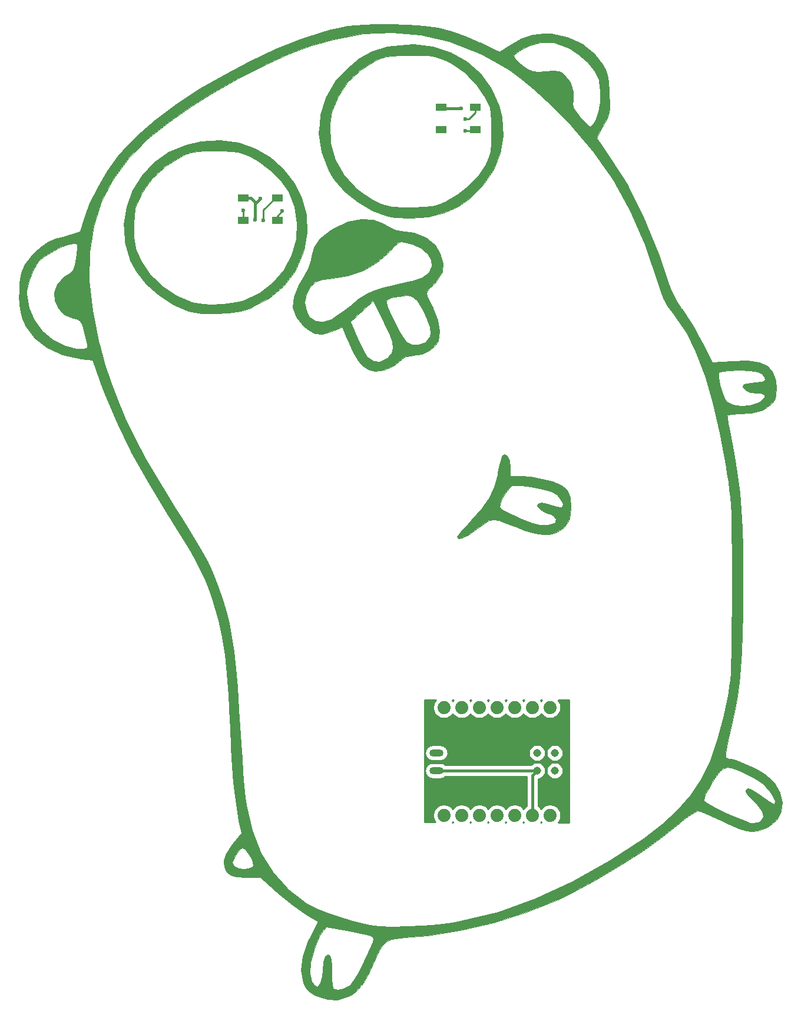
<source format=gbr>
G04 #@! TF.GenerationSoftware,KiCad,Pcbnew,(5.1.2)-1*
G04 #@! TF.CreationDate,2022-09-26T01:02:19+09:00*
G04 #@! TF.ProjectId,gopher_jump_xiao,676f7068-6572-45f6-9a75-6d705f786961,rev?*
G04 #@! TF.SameCoordinates,Original*
G04 #@! TF.FileFunction,Copper,L1,Top*
G04 #@! TF.FilePolarity,Positive*
%FSLAX46Y46*%
G04 Gerber Fmt 4.6, Leading zero omitted, Abs format (unit mm)*
G04 Created by KiCad (PCBNEW (5.1.2)-1) date 2022-09-26 01:02:19*
%MOMM*%
%LPD*%
G04 APERTURE LIST*
%ADD10C,0.010000*%
%ADD11C,1.879600*%
%ADD12O,2.032000X1.016000*%
%ADD13C,1.143000*%
%ADD14R,1.500000X1.000000*%
%ADD15C,0.600000*%
%ADD16C,0.400000*%
%ADD17C,0.250000*%
%ADD18C,0.254000*%
G04 APERTURE END LIST*
D10*
G36*
X101805460Y-37076706D02*
G01*
X104119658Y-37232655D01*
X106135956Y-37532877D01*
X108020215Y-38010706D01*
X109938298Y-38699477D01*
X112056066Y-39632523D01*
X112121589Y-39663306D01*
X114954641Y-40996153D01*
X116515748Y-39985469D01*
X118190698Y-39040954D01*
X119731688Y-38521237D01*
X121371401Y-38363157D01*
X122344654Y-38403235D01*
X124654434Y-38867084D01*
X126772076Y-39854124D01*
X128578669Y-41293885D01*
X129770163Y-42803725D01*
X130183559Y-43554918D01*
X130449523Y-44320844D01*
X130609091Y-45282340D01*
X130703300Y-46620246D01*
X130719504Y-46987254D01*
X130762349Y-48345448D01*
X130733017Y-49295387D01*
X130596031Y-50025467D01*
X130315917Y-50724081D01*
X129857200Y-51579624D01*
X129853504Y-51586204D01*
X128869894Y-53337115D01*
X130374978Y-55467909D01*
X133191101Y-59921700D01*
X135698869Y-64862397D01*
X137876489Y-70243578D01*
X139195689Y-74257556D01*
X139646836Y-75382298D01*
X140340183Y-76696586D01*
X141127011Y-77918996D01*
X141140217Y-77937190D01*
X141928748Y-79108676D01*
X142829081Y-80580637D01*
X143693886Y-82107932D01*
X144036483Y-82756282D01*
X145501038Y-85607413D01*
X148378644Y-85431899D01*
X150587278Y-85401908D01*
X152263713Y-85636965D01*
X153460272Y-86168606D01*
X154229278Y-87028364D01*
X154623053Y-88247773D01*
X154702498Y-89243133D01*
X154661199Y-90318623D01*
X154449221Y-91036537D01*
X153995806Y-91629497D01*
X153968145Y-91657418D01*
X152779851Y-92443745D01*
X151108862Y-92892154D01*
X149271875Y-93013628D01*
X148340346Y-93041814D01*
X147735348Y-93112423D01*
X147605000Y-93173855D01*
X147659430Y-93510490D01*
X147808545Y-94321639D01*
X148031084Y-95494214D01*
X148305784Y-96915129D01*
X148377530Y-97282678D01*
X148817970Y-99687312D01*
X149171701Y-101997049D01*
X149446423Y-104316517D01*
X149649834Y-106750342D01*
X149789634Y-109403149D01*
X149873520Y-112379567D01*
X149909192Y-115784220D01*
X149910565Y-118116471D01*
X149888400Y-121635108D01*
X149834075Y-124649531D01*
X149739731Y-127252737D01*
X149597511Y-129537719D01*
X149399556Y-131597475D01*
X149138006Y-133524998D01*
X148805005Y-135413285D01*
X148392692Y-137355332D01*
X148222982Y-138087017D01*
X147891275Y-139563020D01*
X147637922Y-140833362D01*
X147483493Y-141782922D01*
X147448562Y-142296578D01*
X147462059Y-142345252D01*
X147900331Y-142587809D01*
X148179362Y-142622919D01*
X148880287Y-142774179D01*
X149924001Y-143165649D01*
X151121127Y-143711474D01*
X152282288Y-144325798D01*
X153161502Y-144881617D01*
X154446695Y-146083785D01*
X155249560Y-147431194D01*
X155572317Y-148823974D01*
X155417185Y-150162257D01*
X154786383Y-151346174D01*
X153682131Y-152275854D01*
X152989978Y-152600438D01*
X152059517Y-152904952D01*
X151239446Y-153022728D01*
X150383850Y-152928615D01*
X149346817Y-152597460D01*
X147982431Y-152004110D01*
X147097442Y-151584706D01*
X145778361Y-150974940D01*
X144623081Y-150485274D01*
X143773810Y-150173377D01*
X143412936Y-150090588D01*
X142919286Y-150283637D01*
X142125106Y-150795735D01*
X141182021Y-151526309D01*
X140945408Y-151727275D01*
X138469094Y-153714087D01*
X135548807Y-155798093D01*
X132340715Y-157881195D01*
X129000986Y-159865294D01*
X125685790Y-161652295D01*
X123316250Y-162801066D01*
X118835246Y-164625345D01*
X114101567Y-166131777D01*
X109294495Y-167274325D01*
X104593312Y-168006955D01*
X102248678Y-168210724D01*
X100604116Y-168329616D01*
X99452681Y-168509769D01*
X98653198Y-168840415D01*
X98064490Y-169410784D01*
X97545381Y-170310107D01*
X96996897Y-171530138D01*
X96140203Y-173385684D01*
X95371823Y-174751582D01*
X94625734Y-175717906D01*
X93835913Y-176374734D01*
X93202647Y-176706772D01*
X91625274Y-177190224D01*
X90172237Y-177172942D01*
X88621412Y-176650375D01*
X88537899Y-176611176D01*
X87552159Y-176036832D01*
X86970101Y-175362570D01*
X86696936Y-174743529D01*
X86467657Y-173397715D01*
X87687251Y-173397715D01*
X87959453Y-174574614D01*
X88353848Y-175135219D01*
X88723094Y-175396165D01*
X88973442Y-175212613D01*
X89171952Y-174775829D01*
X89419172Y-173850404D01*
X89506835Y-173005841D01*
X89611757Y-171795495D01*
X89893582Y-171001906D01*
X90321902Y-170709568D01*
X90333280Y-170709412D01*
X90565309Y-170855860D01*
X90703242Y-171358128D01*
X90764790Y-172310602D01*
X90772500Y-173050196D01*
X90797820Y-174180823D01*
X90864918Y-175068369D01*
X90960494Y-175553265D01*
X90984166Y-175590196D01*
X91618571Y-175807820D01*
X92473809Y-175646335D01*
X93333574Y-175160120D01*
X93581990Y-174937101D01*
X94015947Y-174355868D01*
X94582955Y-173406210D01*
X95208621Y-172238409D01*
X95818554Y-171002746D01*
X96338363Y-169849501D01*
X96693654Y-168928953D01*
X96811228Y-168413666D01*
X96769949Y-168222981D01*
X96586413Y-168064052D01*
X96159616Y-167906300D01*
X95388552Y-167719151D01*
X94172215Y-167472026D01*
X92881760Y-167224127D01*
X90069771Y-166688804D01*
X89515914Y-167332555D01*
X89144371Y-167934350D01*
X88693023Y-168905562D01*
X88256769Y-170041028D01*
X88238559Y-170094029D01*
X87779625Y-171875274D01*
X87687251Y-173397715D01*
X86467657Y-173397715D01*
X86397343Y-172984989D01*
X86642614Y-170973577D01*
X87426064Y-168752589D01*
X87714608Y-168151063D01*
X88823261Y-165953879D01*
X87274429Y-165056932D01*
X86376507Y-164466676D01*
X85200888Y-163596552D01*
X83926260Y-162582239D01*
X83125351Y-161906464D01*
X80525105Y-159652941D01*
X78527731Y-159652941D01*
X77127227Y-159572611D01*
X76209005Y-159288331D01*
X75637763Y-158735166D01*
X75365880Y-158135488D01*
X75296128Y-157461977D01*
X76485000Y-157461977D01*
X76759480Y-157993131D01*
X77438642Y-158343092D01*
X78306069Y-158455033D01*
X79145343Y-158272126D01*
X79286647Y-158197635D01*
X79527823Y-157926867D01*
X79466648Y-157453311D01*
X79256454Y-156932211D01*
X78819682Y-156141877D01*
X78355999Y-155568823D01*
X78313429Y-155533302D01*
X77945287Y-155359412D01*
X77596401Y-155562493D01*
X77152997Y-156166221D01*
X76726796Y-156879729D01*
X76497609Y-157388948D01*
X76485000Y-157461977D01*
X75296128Y-157461977D01*
X75274455Y-157252710D01*
X75608076Y-156257058D01*
X76406986Y-155042927D01*
X76672078Y-154707727D01*
X77811819Y-153302417D01*
X77465014Y-151472385D01*
X77166171Y-149745554D01*
X76915422Y-147937940D01*
X76703999Y-145951054D01*
X76523130Y-143686409D01*
X76364046Y-141045515D01*
X76217976Y-137929886D01*
X76182756Y-137072531D01*
X76001788Y-133459990D01*
X75760621Y-130331187D01*
X75443300Y-127573666D01*
X75033871Y-125074970D01*
X74516378Y-122722642D01*
X73874867Y-120404225D01*
X73768939Y-120058824D01*
X73282497Y-118588231D01*
X72745708Y-117191089D01*
X72110768Y-115774986D01*
X71329871Y-114247507D01*
X70355214Y-112516242D01*
X69138991Y-110488776D01*
X67633399Y-108072697D01*
X67276579Y-107508235D01*
X64439027Y-102860474D01*
X62038145Y-98560021D01*
X60043944Y-94548870D01*
X58426435Y-90769018D01*
X57903551Y-89379150D01*
X56426927Y-85294771D01*
X54787838Y-85086702D01*
X52144854Y-84515389D01*
X49918609Y-83535377D01*
X48140985Y-82165743D01*
X46843863Y-80425561D01*
X46771992Y-80290574D01*
X46323545Y-79321944D01*
X46056730Y-78401247D01*
X45924359Y-77303364D01*
X45882058Y-76044915D01*
X45887940Y-75826197D01*
X46957499Y-75826197D01*
X47240830Y-77713987D01*
X48027685Y-79524584D01*
X49223359Y-81132217D01*
X50733147Y-82411116D01*
X52462346Y-83235511D01*
X52558220Y-83264095D01*
X54087999Y-83631755D01*
X55130317Y-83714137D01*
X55651855Y-83508714D01*
X55658397Y-83499164D01*
X55666012Y-83100772D01*
X55523970Y-82305814D01*
X55278921Y-81344686D01*
X54961317Y-80315734D01*
X54675025Y-79721737D01*
X54305541Y-79415973D01*
X53738360Y-79251720D01*
X53628682Y-79230127D01*
X52365936Y-78727180D01*
X51482052Y-77862964D01*
X50997938Y-76769854D01*
X50934498Y-75580219D01*
X51312639Y-74426433D01*
X51817744Y-73834238D01*
X55923069Y-73834238D01*
X56392304Y-78194678D01*
X57385163Y-82880713D01*
X57438099Y-83084301D01*
X58241999Y-85951520D01*
X59123847Y-88664557D01*
X60124783Y-91310657D01*
X61285949Y-93977066D01*
X62648484Y-96751028D01*
X64253531Y-99719790D01*
X66142230Y-102970598D01*
X68355721Y-106590696D01*
X69031518Y-107670001D01*
X70373850Y-109816079D01*
X71435356Y-111548238D01*
X72267065Y-112962099D01*
X72920003Y-114153284D01*
X73445199Y-115217413D01*
X73893679Y-116250109D01*
X74316472Y-117346991D01*
X74568379Y-118045622D01*
X75132157Y-119729265D01*
X75617592Y-121409095D01*
X76035036Y-123157526D01*
X76394842Y-125046970D01*
X76707363Y-127149842D01*
X76982952Y-129538557D01*
X77231963Y-132285527D01*
X77464747Y-135463168D01*
X77691659Y-139143892D01*
X77761343Y-140378824D01*
X77891324Y-142445327D01*
X78049529Y-144526959D01*
X78222137Y-146467280D01*
X78395324Y-148109856D01*
X78542363Y-149217718D01*
X79378223Y-152885682D01*
X80667527Y-156138554D01*
X82409031Y-158974348D01*
X84601490Y-161391082D01*
X87243658Y-163386771D01*
X87551188Y-163574238D01*
X88637940Y-164110842D01*
X90161903Y-164716341D01*
X91940451Y-165329795D01*
X93790961Y-165890263D01*
X95530809Y-166336802D01*
X96328750Y-166503295D01*
X97697818Y-166655255D01*
X99528559Y-166710968D01*
X101657251Y-166677730D01*
X103920169Y-166562840D01*
X106153590Y-166373594D01*
X108193791Y-166117289D01*
X109304745Y-165924961D01*
X114722893Y-164575343D01*
X120099626Y-162678422D01*
X125461821Y-160222036D01*
X130836355Y-157194023D01*
X135677704Y-153990182D01*
X138291148Y-152002313D01*
X140491464Y-149995520D01*
X141691036Y-148617845D01*
X144285285Y-148617845D01*
X144671618Y-148907380D01*
X145493560Y-149366343D01*
X146604143Y-149926391D01*
X147856397Y-150519176D01*
X149103350Y-151076354D01*
X150198033Y-151529577D01*
X150993476Y-151810502D01*
X151274941Y-151868256D01*
X152069246Y-151706476D01*
X152504476Y-151487231D01*
X152899904Y-150902974D01*
X152714414Y-150108250D01*
X151954518Y-149119558D01*
X151341807Y-148540625D01*
X150679908Y-147877216D01*
X150313076Y-147339470D01*
X150291365Y-147121213D01*
X150536962Y-146875208D01*
X150884236Y-146876950D01*
X151448358Y-147170910D01*
X152344500Y-147801563D01*
X152657949Y-148035052D01*
X153515408Y-148633846D01*
X154174274Y-149012941D01*
X154488409Y-149090516D01*
X154537505Y-148662441D01*
X154238734Y-147960696D01*
X153685224Y-147141631D01*
X152970098Y-146361594D01*
X152746013Y-146165202D01*
X151726875Y-145451869D01*
X150491836Y-144769828D01*
X149241890Y-144213190D01*
X148178032Y-143876069D01*
X147733583Y-143818213D01*
X146998222Y-144033245D01*
X146596009Y-144338235D01*
X146074865Y-145017443D01*
X145499415Y-145919607D01*
X144953798Y-146888895D01*
X144522156Y-147769472D01*
X144288628Y-148405504D01*
X144285285Y-148617845D01*
X141691036Y-148617845D01*
X142329943Y-147884079D01*
X143857876Y-145582270D01*
X145126554Y-143004369D01*
X146187267Y-140064657D01*
X147091306Y-136677410D01*
X147666128Y-133954118D01*
X147833609Y-133042994D01*
X147970766Y-132162497D01*
X148080678Y-131241480D01*
X148166425Y-130208797D01*
X148231086Y-128993300D01*
X148277743Y-127523846D01*
X148309473Y-125729286D01*
X148329358Y-123538475D01*
X148340477Y-120880266D01*
X148345258Y-118265882D01*
X148347547Y-115209547D01*
X148343792Y-112671923D01*
X148330201Y-110574078D01*
X148302981Y-108837081D01*
X148258340Y-107381998D01*
X148192486Y-106129899D01*
X148101626Y-105001850D01*
X147981969Y-103918920D01*
X147829723Y-102802177D01*
X147641094Y-101572689D01*
X147501409Y-100701841D01*
X146601899Y-95755432D01*
X145591401Y-91376219D01*
X144550522Y-87841724D01*
X146406835Y-87841724D01*
X146577428Y-88809206D01*
X146896921Y-89861822D01*
X147299224Y-90774183D01*
X147646662Y-91261565D01*
X148466143Y-91674933D01*
X149626212Y-91844133D01*
X150889355Y-91772264D01*
X152018056Y-91462424D01*
X152486457Y-91198425D01*
X153067322Y-90630669D01*
X153044613Y-90244014D01*
X152423424Y-90049247D01*
X151933195Y-90027059D01*
X151011026Y-89900987D01*
X150284739Y-89585248D01*
X149915429Y-89173562D01*
X149956481Y-88877097D01*
X150387957Y-88666406D01*
X151204526Y-88544794D01*
X151573750Y-88532941D01*
X152653079Y-88447692D01*
X153135486Y-88182713D01*
X153034094Y-87724159D01*
X152696580Y-87348546D01*
X152278590Y-87042704D01*
X151718879Y-86858432D01*
X150859837Y-86767144D01*
X149543854Y-86740257D01*
X149341285Y-86740000D01*
X147942002Y-86764323D01*
X147064410Y-86848748D01*
X146596839Y-87010461D01*
X146451232Y-87184762D01*
X146406835Y-87841724D01*
X144550522Y-87841724D01*
X144462167Y-87541701D01*
X143206448Y-84229378D01*
X141816495Y-81416749D01*
X140284557Y-79081315D01*
X139879150Y-78570194D01*
X139088345Y-77502959D01*
X138472448Y-76375065D01*
X137929940Y-74980695D01*
X137608008Y-73965761D01*
X135802071Y-68667811D01*
X133697469Y-63841925D01*
X131247598Y-59411625D01*
X128405857Y-55300430D01*
X125125645Y-51431863D01*
X121951192Y-48270991D01*
X119834791Y-46362105D01*
X117982990Y-44826888D01*
X116263280Y-43572648D01*
X114543153Y-42506694D01*
X112816354Y-41602444D01*
X116966250Y-41602444D01*
X117202184Y-42016777D01*
X117806562Y-42607613D01*
X118302404Y-42994647D01*
X119103047Y-43529220D01*
X119758035Y-43794555D01*
X120534258Y-43855748D01*
X121561913Y-43789674D01*
X122721244Y-43727489D01*
X123462874Y-43807440D01*
X123993195Y-44061374D01*
X124158953Y-44190412D01*
X125063035Y-45318434D01*
X125522119Y-46705757D01*
X125514596Y-47818349D01*
X125456100Y-48516268D01*
X125615360Y-49106969D01*
X126076236Y-49797638D01*
X126542578Y-50358026D01*
X127220255Y-51105831D01*
X127752386Y-51619864D01*
X127991221Y-51776496D01*
X128273787Y-51538663D01*
X128672793Y-50951731D01*
X128747377Y-50819973D01*
X129159790Y-49672724D01*
X129397052Y-48191334D01*
X129440152Y-46620960D01*
X129270073Y-45206760D01*
X129203091Y-44944176D01*
X128628937Y-43780462D01*
X127629501Y-42542704D01*
X126363683Y-41391131D01*
X124990380Y-40485973D01*
X124586250Y-40288680D01*
X122688943Y-39683584D01*
X120897035Y-39638156D01*
X119091029Y-40153154D01*
X118712500Y-40325943D01*
X117794082Y-40834721D01*
X117161549Y-41309720D01*
X116966250Y-41602444D01*
X112816354Y-41602444D01*
X112690101Y-41536331D01*
X111579709Y-41015899D01*
X107610152Y-39503888D01*
X103609217Y-38566321D01*
X99542541Y-38201992D01*
X95375761Y-38409692D01*
X91074513Y-39188214D01*
X87651267Y-40175249D01*
X84504866Y-41365090D01*
X81075901Y-42914942D01*
X77508555Y-44742248D01*
X73947008Y-46764455D01*
X70535445Y-48899006D01*
X67418047Y-51063347D01*
X64738996Y-53174922D01*
X64332872Y-53526797D01*
X61574443Y-56302031D01*
X59364189Y-59297612D01*
X57698016Y-62531081D01*
X56571833Y-66019981D01*
X55981548Y-69781853D01*
X55923069Y-73834238D01*
X51817744Y-73834238D01*
X52153266Y-73440867D01*
X52660917Y-73102435D01*
X53275729Y-72716512D01*
X53662037Y-72290624D01*
X53901545Y-71661158D01*
X54075960Y-70664500D01*
X54145365Y-70129870D01*
X54239203Y-69196842D01*
X54196669Y-68711640D01*
X53982857Y-68532125D01*
X53748088Y-68512000D01*
X52876665Y-68686037D01*
X51723867Y-69136798D01*
X50495820Y-69758039D01*
X49398648Y-70443517D01*
X48638476Y-71086986D01*
X48554078Y-71189177D01*
X47835133Y-72433638D01*
X47274210Y-73944442D01*
X46978567Y-75410071D01*
X46957499Y-75826197D01*
X45887940Y-75826197D01*
X45932071Y-74185257D01*
X46181801Y-72740967D01*
X46693163Y-71544007D01*
X47528071Y-70426339D01*
X48211667Y-69722357D01*
X49138139Y-68901053D01*
X50027961Y-68330774D01*
X51122182Y-67880265D01*
X52209000Y-67545739D01*
X54688020Y-66836221D01*
X55256443Y-64909875D01*
X56045108Y-62794507D01*
X57189169Y-60469960D01*
X58577746Y-58132758D01*
X60099959Y-55979426D01*
X60738436Y-55193591D01*
X62821484Y-53036122D01*
X65424607Y-50806608D01*
X68448061Y-48562907D01*
X71792103Y-46362876D01*
X75356989Y-44264372D01*
X79042976Y-42325252D01*
X82750320Y-40603373D01*
X86379276Y-39156594D01*
X89830102Y-38042770D01*
X90708751Y-37809052D01*
X91966469Y-37508208D01*
X93076398Y-37295705D01*
X94197625Y-37156678D01*
X95489240Y-37076259D01*
X97110332Y-37039583D01*
X99027500Y-37031695D01*
X101805460Y-37076706D01*
X101805460Y-37076706D01*
G37*
X101805460Y-37076706D02*
X104119658Y-37232655D01*
X106135956Y-37532877D01*
X108020215Y-38010706D01*
X109938298Y-38699477D01*
X112056066Y-39632523D01*
X112121589Y-39663306D01*
X114954641Y-40996153D01*
X116515748Y-39985469D01*
X118190698Y-39040954D01*
X119731688Y-38521237D01*
X121371401Y-38363157D01*
X122344654Y-38403235D01*
X124654434Y-38867084D01*
X126772076Y-39854124D01*
X128578669Y-41293885D01*
X129770163Y-42803725D01*
X130183559Y-43554918D01*
X130449523Y-44320844D01*
X130609091Y-45282340D01*
X130703300Y-46620246D01*
X130719504Y-46987254D01*
X130762349Y-48345448D01*
X130733017Y-49295387D01*
X130596031Y-50025467D01*
X130315917Y-50724081D01*
X129857200Y-51579624D01*
X129853504Y-51586204D01*
X128869894Y-53337115D01*
X130374978Y-55467909D01*
X133191101Y-59921700D01*
X135698869Y-64862397D01*
X137876489Y-70243578D01*
X139195689Y-74257556D01*
X139646836Y-75382298D01*
X140340183Y-76696586D01*
X141127011Y-77918996D01*
X141140217Y-77937190D01*
X141928748Y-79108676D01*
X142829081Y-80580637D01*
X143693886Y-82107932D01*
X144036483Y-82756282D01*
X145501038Y-85607413D01*
X148378644Y-85431899D01*
X150587278Y-85401908D01*
X152263713Y-85636965D01*
X153460272Y-86168606D01*
X154229278Y-87028364D01*
X154623053Y-88247773D01*
X154702498Y-89243133D01*
X154661199Y-90318623D01*
X154449221Y-91036537D01*
X153995806Y-91629497D01*
X153968145Y-91657418D01*
X152779851Y-92443745D01*
X151108862Y-92892154D01*
X149271875Y-93013628D01*
X148340346Y-93041814D01*
X147735348Y-93112423D01*
X147605000Y-93173855D01*
X147659430Y-93510490D01*
X147808545Y-94321639D01*
X148031084Y-95494214D01*
X148305784Y-96915129D01*
X148377530Y-97282678D01*
X148817970Y-99687312D01*
X149171701Y-101997049D01*
X149446423Y-104316517D01*
X149649834Y-106750342D01*
X149789634Y-109403149D01*
X149873520Y-112379567D01*
X149909192Y-115784220D01*
X149910565Y-118116471D01*
X149888400Y-121635108D01*
X149834075Y-124649531D01*
X149739731Y-127252737D01*
X149597511Y-129537719D01*
X149399556Y-131597475D01*
X149138006Y-133524998D01*
X148805005Y-135413285D01*
X148392692Y-137355332D01*
X148222982Y-138087017D01*
X147891275Y-139563020D01*
X147637922Y-140833362D01*
X147483493Y-141782922D01*
X147448562Y-142296578D01*
X147462059Y-142345252D01*
X147900331Y-142587809D01*
X148179362Y-142622919D01*
X148880287Y-142774179D01*
X149924001Y-143165649D01*
X151121127Y-143711474D01*
X152282288Y-144325798D01*
X153161502Y-144881617D01*
X154446695Y-146083785D01*
X155249560Y-147431194D01*
X155572317Y-148823974D01*
X155417185Y-150162257D01*
X154786383Y-151346174D01*
X153682131Y-152275854D01*
X152989978Y-152600438D01*
X152059517Y-152904952D01*
X151239446Y-153022728D01*
X150383850Y-152928615D01*
X149346817Y-152597460D01*
X147982431Y-152004110D01*
X147097442Y-151584706D01*
X145778361Y-150974940D01*
X144623081Y-150485274D01*
X143773810Y-150173377D01*
X143412936Y-150090588D01*
X142919286Y-150283637D01*
X142125106Y-150795735D01*
X141182021Y-151526309D01*
X140945408Y-151727275D01*
X138469094Y-153714087D01*
X135548807Y-155798093D01*
X132340715Y-157881195D01*
X129000986Y-159865294D01*
X125685790Y-161652295D01*
X123316250Y-162801066D01*
X118835246Y-164625345D01*
X114101567Y-166131777D01*
X109294495Y-167274325D01*
X104593312Y-168006955D01*
X102248678Y-168210724D01*
X100604116Y-168329616D01*
X99452681Y-168509769D01*
X98653198Y-168840415D01*
X98064490Y-169410784D01*
X97545381Y-170310107D01*
X96996897Y-171530138D01*
X96140203Y-173385684D01*
X95371823Y-174751582D01*
X94625734Y-175717906D01*
X93835913Y-176374734D01*
X93202647Y-176706772D01*
X91625274Y-177190224D01*
X90172237Y-177172942D01*
X88621412Y-176650375D01*
X88537899Y-176611176D01*
X87552159Y-176036832D01*
X86970101Y-175362570D01*
X86696936Y-174743529D01*
X86467657Y-173397715D01*
X87687251Y-173397715D01*
X87959453Y-174574614D01*
X88353848Y-175135219D01*
X88723094Y-175396165D01*
X88973442Y-175212613D01*
X89171952Y-174775829D01*
X89419172Y-173850404D01*
X89506835Y-173005841D01*
X89611757Y-171795495D01*
X89893582Y-171001906D01*
X90321902Y-170709568D01*
X90333280Y-170709412D01*
X90565309Y-170855860D01*
X90703242Y-171358128D01*
X90764790Y-172310602D01*
X90772500Y-173050196D01*
X90797820Y-174180823D01*
X90864918Y-175068369D01*
X90960494Y-175553265D01*
X90984166Y-175590196D01*
X91618571Y-175807820D01*
X92473809Y-175646335D01*
X93333574Y-175160120D01*
X93581990Y-174937101D01*
X94015947Y-174355868D01*
X94582955Y-173406210D01*
X95208621Y-172238409D01*
X95818554Y-171002746D01*
X96338363Y-169849501D01*
X96693654Y-168928953D01*
X96811228Y-168413666D01*
X96769949Y-168222981D01*
X96586413Y-168064052D01*
X96159616Y-167906300D01*
X95388552Y-167719151D01*
X94172215Y-167472026D01*
X92881760Y-167224127D01*
X90069771Y-166688804D01*
X89515914Y-167332555D01*
X89144371Y-167934350D01*
X88693023Y-168905562D01*
X88256769Y-170041028D01*
X88238559Y-170094029D01*
X87779625Y-171875274D01*
X87687251Y-173397715D01*
X86467657Y-173397715D01*
X86397343Y-172984989D01*
X86642614Y-170973577D01*
X87426064Y-168752589D01*
X87714608Y-168151063D01*
X88823261Y-165953879D01*
X87274429Y-165056932D01*
X86376507Y-164466676D01*
X85200888Y-163596552D01*
X83926260Y-162582239D01*
X83125351Y-161906464D01*
X80525105Y-159652941D01*
X78527731Y-159652941D01*
X77127227Y-159572611D01*
X76209005Y-159288331D01*
X75637763Y-158735166D01*
X75365880Y-158135488D01*
X75296128Y-157461977D01*
X76485000Y-157461977D01*
X76759480Y-157993131D01*
X77438642Y-158343092D01*
X78306069Y-158455033D01*
X79145343Y-158272126D01*
X79286647Y-158197635D01*
X79527823Y-157926867D01*
X79466648Y-157453311D01*
X79256454Y-156932211D01*
X78819682Y-156141877D01*
X78355999Y-155568823D01*
X78313429Y-155533302D01*
X77945287Y-155359412D01*
X77596401Y-155562493D01*
X77152997Y-156166221D01*
X76726796Y-156879729D01*
X76497609Y-157388948D01*
X76485000Y-157461977D01*
X75296128Y-157461977D01*
X75274455Y-157252710D01*
X75608076Y-156257058D01*
X76406986Y-155042927D01*
X76672078Y-154707727D01*
X77811819Y-153302417D01*
X77465014Y-151472385D01*
X77166171Y-149745554D01*
X76915422Y-147937940D01*
X76703999Y-145951054D01*
X76523130Y-143686409D01*
X76364046Y-141045515D01*
X76217976Y-137929886D01*
X76182756Y-137072531D01*
X76001788Y-133459990D01*
X75760621Y-130331187D01*
X75443300Y-127573666D01*
X75033871Y-125074970D01*
X74516378Y-122722642D01*
X73874867Y-120404225D01*
X73768939Y-120058824D01*
X73282497Y-118588231D01*
X72745708Y-117191089D01*
X72110768Y-115774986D01*
X71329871Y-114247507D01*
X70355214Y-112516242D01*
X69138991Y-110488776D01*
X67633399Y-108072697D01*
X67276579Y-107508235D01*
X64439027Y-102860474D01*
X62038145Y-98560021D01*
X60043944Y-94548870D01*
X58426435Y-90769018D01*
X57903551Y-89379150D01*
X56426927Y-85294771D01*
X54787838Y-85086702D01*
X52144854Y-84515389D01*
X49918609Y-83535377D01*
X48140985Y-82165743D01*
X46843863Y-80425561D01*
X46771992Y-80290574D01*
X46323545Y-79321944D01*
X46056730Y-78401247D01*
X45924359Y-77303364D01*
X45882058Y-76044915D01*
X45887940Y-75826197D01*
X46957499Y-75826197D01*
X47240830Y-77713987D01*
X48027685Y-79524584D01*
X49223359Y-81132217D01*
X50733147Y-82411116D01*
X52462346Y-83235511D01*
X52558220Y-83264095D01*
X54087999Y-83631755D01*
X55130317Y-83714137D01*
X55651855Y-83508714D01*
X55658397Y-83499164D01*
X55666012Y-83100772D01*
X55523970Y-82305814D01*
X55278921Y-81344686D01*
X54961317Y-80315734D01*
X54675025Y-79721737D01*
X54305541Y-79415973D01*
X53738360Y-79251720D01*
X53628682Y-79230127D01*
X52365936Y-78727180D01*
X51482052Y-77862964D01*
X50997938Y-76769854D01*
X50934498Y-75580219D01*
X51312639Y-74426433D01*
X51817744Y-73834238D01*
X55923069Y-73834238D01*
X56392304Y-78194678D01*
X57385163Y-82880713D01*
X57438099Y-83084301D01*
X58241999Y-85951520D01*
X59123847Y-88664557D01*
X60124783Y-91310657D01*
X61285949Y-93977066D01*
X62648484Y-96751028D01*
X64253531Y-99719790D01*
X66142230Y-102970598D01*
X68355721Y-106590696D01*
X69031518Y-107670001D01*
X70373850Y-109816079D01*
X71435356Y-111548238D01*
X72267065Y-112962099D01*
X72920003Y-114153284D01*
X73445199Y-115217413D01*
X73893679Y-116250109D01*
X74316472Y-117346991D01*
X74568379Y-118045622D01*
X75132157Y-119729265D01*
X75617592Y-121409095D01*
X76035036Y-123157526D01*
X76394842Y-125046970D01*
X76707363Y-127149842D01*
X76982952Y-129538557D01*
X77231963Y-132285527D01*
X77464747Y-135463168D01*
X77691659Y-139143892D01*
X77761343Y-140378824D01*
X77891324Y-142445327D01*
X78049529Y-144526959D01*
X78222137Y-146467280D01*
X78395324Y-148109856D01*
X78542363Y-149217718D01*
X79378223Y-152885682D01*
X80667527Y-156138554D01*
X82409031Y-158974348D01*
X84601490Y-161391082D01*
X87243658Y-163386771D01*
X87551188Y-163574238D01*
X88637940Y-164110842D01*
X90161903Y-164716341D01*
X91940451Y-165329795D01*
X93790961Y-165890263D01*
X95530809Y-166336802D01*
X96328750Y-166503295D01*
X97697818Y-166655255D01*
X99528559Y-166710968D01*
X101657251Y-166677730D01*
X103920169Y-166562840D01*
X106153590Y-166373594D01*
X108193791Y-166117289D01*
X109304745Y-165924961D01*
X114722893Y-164575343D01*
X120099626Y-162678422D01*
X125461821Y-160222036D01*
X130836355Y-157194023D01*
X135677704Y-153990182D01*
X138291148Y-152002313D01*
X140491464Y-149995520D01*
X141691036Y-148617845D01*
X144285285Y-148617845D01*
X144671618Y-148907380D01*
X145493560Y-149366343D01*
X146604143Y-149926391D01*
X147856397Y-150519176D01*
X149103350Y-151076354D01*
X150198033Y-151529577D01*
X150993476Y-151810502D01*
X151274941Y-151868256D01*
X152069246Y-151706476D01*
X152504476Y-151487231D01*
X152899904Y-150902974D01*
X152714414Y-150108250D01*
X151954518Y-149119558D01*
X151341807Y-148540625D01*
X150679908Y-147877216D01*
X150313076Y-147339470D01*
X150291365Y-147121213D01*
X150536962Y-146875208D01*
X150884236Y-146876950D01*
X151448358Y-147170910D01*
X152344500Y-147801563D01*
X152657949Y-148035052D01*
X153515408Y-148633846D01*
X154174274Y-149012941D01*
X154488409Y-149090516D01*
X154537505Y-148662441D01*
X154238734Y-147960696D01*
X153685224Y-147141631D01*
X152970098Y-146361594D01*
X152746013Y-146165202D01*
X151726875Y-145451869D01*
X150491836Y-144769828D01*
X149241890Y-144213190D01*
X148178032Y-143876069D01*
X147733583Y-143818213D01*
X146998222Y-144033245D01*
X146596009Y-144338235D01*
X146074865Y-145017443D01*
X145499415Y-145919607D01*
X144953798Y-146888895D01*
X144522156Y-147769472D01*
X144288628Y-148405504D01*
X144285285Y-148617845D01*
X141691036Y-148617845D01*
X142329943Y-147884079D01*
X143857876Y-145582270D01*
X145126554Y-143004369D01*
X146187267Y-140064657D01*
X147091306Y-136677410D01*
X147666128Y-133954118D01*
X147833609Y-133042994D01*
X147970766Y-132162497D01*
X148080678Y-131241480D01*
X148166425Y-130208797D01*
X148231086Y-128993300D01*
X148277743Y-127523846D01*
X148309473Y-125729286D01*
X148329358Y-123538475D01*
X148340477Y-120880266D01*
X148345258Y-118265882D01*
X148347547Y-115209547D01*
X148343792Y-112671923D01*
X148330201Y-110574078D01*
X148302981Y-108837081D01*
X148258340Y-107381998D01*
X148192486Y-106129899D01*
X148101626Y-105001850D01*
X147981969Y-103918920D01*
X147829723Y-102802177D01*
X147641094Y-101572689D01*
X147501409Y-100701841D01*
X146601899Y-95755432D01*
X145591401Y-91376219D01*
X144550522Y-87841724D01*
X146406835Y-87841724D01*
X146577428Y-88809206D01*
X146896921Y-89861822D01*
X147299224Y-90774183D01*
X147646662Y-91261565D01*
X148466143Y-91674933D01*
X149626212Y-91844133D01*
X150889355Y-91772264D01*
X152018056Y-91462424D01*
X152486457Y-91198425D01*
X153067322Y-90630669D01*
X153044613Y-90244014D01*
X152423424Y-90049247D01*
X151933195Y-90027059D01*
X151011026Y-89900987D01*
X150284739Y-89585248D01*
X149915429Y-89173562D01*
X149956481Y-88877097D01*
X150387957Y-88666406D01*
X151204526Y-88544794D01*
X151573750Y-88532941D01*
X152653079Y-88447692D01*
X153135486Y-88182713D01*
X153034094Y-87724159D01*
X152696580Y-87348546D01*
X152278590Y-87042704D01*
X151718879Y-86858432D01*
X150859837Y-86767144D01*
X149543854Y-86740257D01*
X149341285Y-86740000D01*
X147942002Y-86764323D01*
X147064410Y-86848748D01*
X146596839Y-87010461D01*
X146451232Y-87184762D01*
X146406835Y-87841724D01*
X144550522Y-87841724D01*
X144462167Y-87541701D01*
X143206448Y-84229378D01*
X141816495Y-81416749D01*
X140284557Y-79081315D01*
X139879150Y-78570194D01*
X139088345Y-77502959D01*
X138472448Y-76375065D01*
X137929940Y-74980695D01*
X137608008Y-73965761D01*
X135802071Y-68667811D01*
X133697469Y-63841925D01*
X131247598Y-59411625D01*
X128405857Y-55300430D01*
X125125645Y-51431863D01*
X121951192Y-48270991D01*
X119834791Y-46362105D01*
X117982990Y-44826888D01*
X116263280Y-43572648D01*
X114543153Y-42506694D01*
X112816354Y-41602444D01*
X116966250Y-41602444D01*
X117202184Y-42016777D01*
X117806562Y-42607613D01*
X118302404Y-42994647D01*
X119103047Y-43529220D01*
X119758035Y-43794555D01*
X120534258Y-43855748D01*
X121561913Y-43789674D01*
X122721244Y-43727489D01*
X123462874Y-43807440D01*
X123993195Y-44061374D01*
X124158953Y-44190412D01*
X125063035Y-45318434D01*
X125522119Y-46705757D01*
X125514596Y-47818349D01*
X125456100Y-48516268D01*
X125615360Y-49106969D01*
X126076236Y-49797638D01*
X126542578Y-50358026D01*
X127220255Y-51105831D01*
X127752386Y-51619864D01*
X127991221Y-51776496D01*
X128273787Y-51538663D01*
X128672793Y-50951731D01*
X128747377Y-50819973D01*
X129159790Y-49672724D01*
X129397052Y-48191334D01*
X129440152Y-46620960D01*
X129270073Y-45206760D01*
X129203091Y-44944176D01*
X128628937Y-43780462D01*
X127629501Y-42542704D01*
X126363683Y-41391131D01*
X124990380Y-40485973D01*
X124586250Y-40288680D01*
X122688943Y-39683584D01*
X120897035Y-39638156D01*
X119091029Y-40153154D01*
X118712500Y-40325943D01*
X117794082Y-40834721D01*
X117161549Y-41309720D01*
X116966250Y-41602444D01*
X112816354Y-41602444D01*
X112690101Y-41536331D01*
X111579709Y-41015899D01*
X107610152Y-39503888D01*
X103609217Y-38566321D01*
X99542541Y-38201992D01*
X95375761Y-38409692D01*
X91074513Y-39188214D01*
X87651267Y-40175249D01*
X84504866Y-41365090D01*
X81075901Y-42914942D01*
X77508555Y-44742248D01*
X73947008Y-46764455D01*
X70535445Y-48899006D01*
X67418047Y-51063347D01*
X64738996Y-53174922D01*
X64332872Y-53526797D01*
X61574443Y-56302031D01*
X59364189Y-59297612D01*
X57698016Y-62531081D01*
X56571833Y-66019981D01*
X55981548Y-69781853D01*
X55923069Y-73834238D01*
X51817744Y-73834238D01*
X52153266Y-73440867D01*
X52660917Y-73102435D01*
X53275729Y-72716512D01*
X53662037Y-72290624D01*
X53901545Y-71661158D01*
X54075960Y-70664500D01*
X54145365Y-70129870D01*
X54239203Y-69196842D01*
X54196669Y-68711640D01*
X53982857Y-68532125D01*
X53748088Y-68512000D01*
X52876665Y-68686037D01*
X51723867Y-69136798D01*
X50495820Y-69758039D01*
X49398648Y-70443517D01*
X48638476Y-71086986D01*
X48554078Y-71189177D01*
X47835133Y-72433638D01*
X47274210Y-73944442D01*
X46978567Y-75410071D01*
X46957499Y-75826197D01*
X45887940Y-75826197D01*
X45932071Y-74185257D01*
X46181801Y-72740967D01*
X46693163Y-71544007D01*
X47528071Y-70426339D01*
X48211667Y-69722357D01*
X49138139Y-68901053D01*
X50027961Y-68330774D01*
X51122182Y-67880265D01*
X52209000Y-67545739D01*
X54688020Y-66836221D01*
X55256443Y-64909875D01*
X56045108Y-62794507D01*
X57189169Y-60469960D01*
X58577746Y-58132758D01*
X60099959Y-55979426D01*
X60738436Y-55193591D01*
X62821484Y-53036122D01*
X65424607Y-50806608D01*
X68448061Y-48562907D01*
X71792103Y-46362876D01*
X75356989Y-44264372D01*
X79042976Y-42325252D01*
X82750320Y-40603373D01*
X86379276Y-39156594D01*
X89830102Y-38042770D01*
X90708751Y-37809052D01*
X91966469Y-37508208D01*
X93076398Y-37295705D01*
X94197625Y-37156678D01*
X95489240Y-37076259D01*
X97110332Y-37039583D01*
X99027500Y-37031695D01*
X101805460Y-37076706D01*
G36*
X116046821Y-99120838D02*
G01*
X116331197Y-99755387D01*
X116482046Y-100598030D01*
X116490000Y-100841820D01*
X116490000Y-101980000D01*
X118010793Y-101980000D01*
X119444108Y-102085784D01*
X121034411Y-102365869D01*
X122540517Y-102764355D01*
X123721239Y-103225342D01*
X123963299Y-103359615D01*
X124655358Y-104019126D01*
X125056149Y-105019133D01*
X125206308Y-106466680D01*
X125209115Y-106641232D01*
X124972995Y-108151275D01*
X124231185Y-109299902D01*
X123052646Y-110058546D01*
X122148358Y-110335822D01*
X121178939Y-110382172D01*
X120010567Y-110179086D01*
X118509423Y-109708053D01*
X117340207Y-109268366D01*
X115859761Y-108693859D01*
X114817245Y-108343406D01*
X114059499Y-108222676D01*
X113433364Y-108337341D01*
X112785681Y-108693073D01*
X111963291Y-109295542D01*
X111724460Y-109476304D01*
X110426591Y-110384532D01*
X109510330Y-110863734D01*
X108990604Y-110907785D01*
X108870000Y-110647122D01*
X109072424Y-110310343D01*
X109615746Y-109652247D01*
X110404037Y-108785282D01*
X110899433Y-108268187D01*
X112368606Y-106636929D01*
X112543674Y-106385586D01*
X114902500Y-106385586D01*
X115178312Y-106677403D01*
X115923168Y-107121960D01*
X117013191Y-107658050D01*
X118324510Y-108224465D01*
X119643316Y-108728098D01*
X120769572Y-108968864D01*
X121893912Y-108955402D01*
X122765610Y-108700332D01*
X122959496Y-108561179D01*
X123030919Y-108153127D01*
X122725129Y-107682993D01*
X122218309Y-107381796D01*
X122042547Y-107358824D01*
X121524446Y-107182515D01*
X120890798Y-106782388D01*
X120372304Y-106245335D01*
X120398157Y-105906166D01*
X120902340Y-105797920D01*
X121818832Y-105953636D01*
X122270485Y-106091936D01*
X123169792Y-106342178D01*
X123814957Y-106422475D01*
X123987025Y-106378878D01*
X124038117Y-105960044D01*
X123730577Y-105339168D01*
X123189519Y-104701362D01*
X122540060Y-104231741D01*
X122533727Y-104228658D01*
X121777631Y-103973258D01*
X120666337Y-103722913D01*
X119398865Y-103507461D01*
X118174233Y-103356736D01*
X117191460Y-103300576D01*
X116687172Y-103352178D01*
X116287860Y-103707339D01*
X115787348Y-104410093D01*
X115309855Y-105249306D01*
X114979596Y-106013849D01*
X114902500Y-106385586D01*
X112543674Y-106385586D01*
X113410488Y-105141117D01*
X114130922Y-103591536D01*
X114635753Y-101798970D01*
X114706588Y-101462183D01*
X114951701Y-100367108D01*
X115192355Y-99482125D01*
X115377685Y-98993614D01*
X115382239Y-98986450D01*
X115705105Y-98821990D01*
X116046821Y-99120838D01*
X116046821Y-99120838D01*
G37*
X116046821Y-99120838D02*
X116331197Y-99755387D01*
X116482046Y-100598030D01*
X116490000Y-100841820D01*
X116490000Y-101980000D01*
X118010793Y-101980000D01*
X119444108Y-102085784D01*
X121034411Y-102365869D01*
X122540517Y-102764355D01*
X123721239Y-103225342D01*
X123963299Y-103359615D01*
X124655358Y-104019126D01*
X125056149Y-105019133D01*
X125206308Y-106466680D01*
X125209115Y-106641232D01*
X124972995Y-108151275D01*
X124231185Y-109299902D01*
X123052646Y-110058546D01*
X122148358Y-110335822D01*
X121178939Y-110382172D01*
X120010567Y-110179086D01*
X118509423Y-109708053D01*
X117340207Y-109268366D01*
X115859761Y-108693859D01*
X114817245Y-108343406D01*
X114059499Y-108222676D01*
X113433364Y-108337341D01*
X112785681Y-108693073D01*
X111963291Y-109295542D01*
X111724460Y-109476304D01*
X110426591Y-110384532D01*
X109510330Y-110863734D01*
X108990604Y-110907785D01*
X108870000Y-110647122D01*
X109072424Y-110310343D01*
X109615746Y-109652247D01*
X110404037Y-108785282D01*
X110899433Y-108268187D01*
X112368606Y-106636929D01*
X112543674Y-106385586D01*
X114902500Y-106385586D01*
X115178312Y-106677403D01*
X115923168Y-107121960D01*
X117013191Y-107658050D01*
X118324510Y-108224465D01*
X119643316Y-108728098D01*
X120769572Y-108968864D01*
X121893912Y-108955402D01*
X122765610Y-108700332D01*
X122959496Y-108561179D01*
X123030919Y-108153127D01*
X122725129Y-107682993D01*
X122218309Y-107381796D01*
X122042547Y-107358824D01*
X121524446Y-107182515D01*
X120890798Y-106782388D01*
X120372304Y-106245335D01*
X120398157Y-105906166D01*
X120902340Y-105797920D01*
X121818832Y-105953636D01*
X122270485Y-106091936D01*
X123169792Y-106342178D01*
X123814957Y-106422475D01*
X123987025Y-106378878D01*
X124038117Y-105960044D01*
X123730577Y-105339168D01*
X123189519Y-104701362D01*
X122540060Y-104231741D01*
X122533727Y-104228658D01*
X121777631Y-103973258D01*
X120666337Y-103722913D01*
X119398865Y-103507461D01*
X118174233Y-103356736D01*
X117191460Y-103300576D01*
X116687172Y-103352178D01*
X116287860Y-103707339D01*
X115787348Y-104410093D01*
X115309855Y-105249306D01*
X114979596Y-106013849D01*
X114902500Y-106385586D01*
X112543674Y-106385586D01*
X113410488Y-105141117D01*
X114130922Y-103591536D01*
X114635753Y-101798970D01*
X114706588Y-101462183D01*
X114951701Y-100367108D01*
X115192355Y-99482125D01*
X115377685Y-98993614D01*
X115382239Y-98986450D01*
X115705105Y-98821990D01*
X116046821Y-99120838D01*
G36*
X96835581Y-65143557D02*
G01*
X98313366Y-65733235D01*
X98667111Y-65983655D01*
X99873351Y-66603005D01*
X100692829Y-66718824D01*
X102620868Y-66973216D01*
X104315925Y-67692247D01*
X105660475Y-68809693D01*
X106399259Y-69934236D01*
X106841316Y-71397704D01*
X106684338Y-72704999D01*
X105913072Y-73932518D01*
X105520984Y-74333269D01*
X104880946Y-74989090D01*
X104486138Y-75496552D01*
X104425000Y-75646738D01*
X104552616Y-76041188D01*
X104887791Y-76809036D01*
X105359015Y-77786842D01*
X105377249Y-77823169D01*
X106063031Y-79559513D01*
X106324119Y-81138415D01*
X106152190Y-82458531D01*
X105812255Y-83119193D01*
X104959184Y-83848645D01*
X103743466Y-84395240D01*
X102433372Y-84643778D01*
X102251573Y-84648235D01*
X101437763Y-84798904D01*
X100920199Y-85110420D01*
X99723931Y-86117102D01*
X98349962Y-86713227D01*
X96957887Y-86849525D01*
X96011250Y-86625926D01*
X95289525Y-86157821D01*
X94588915Y-85328239D01*
X93859578Y-84063654D01*
X93051671Y-82290539D01*
X93017938Y-82210202D01*
X92309760Y-80519228D01*
X90877915Y-81115344D01*
X89519338Y-81515195D01*
X88368368Y-81428456D01*
X87251438Y-80824437D01*
X86718240Y-80379820D01*
X85688824Y-79135772D01*
X85233802Y-77765007D01*
X85292799Y-77009918D01*
X86940915Y-77009918D01*
X87120132Y-78185012D01*
X87620544Y-79079701D01*
X88485300Y-79724017D01*
X89560654Y-79819444D01*
X89610482Y-79802790D01*
X93547094Y-79802790D01*
X94448857Y-81966031D01*
X94965495Y-83114079D01*
X95486883Y-84124177D01*
X95908187Y-84794771D01*
X95942104Y-84836988D01*
X96781702Y-85428429D01*
X97769608Y-85497322D01*
X98748673Y-85045075D01*
X99015730Y-84809438D01*
X99435047Y-84241162D01*
X99595459Y-83562906D01*
X99481007Y-82681186D01*
X99075732Y-81502520D01*
X98363672Y-79933424D01*
X98087347Y-79371585D01*
X96803351Y-76792784D01*
X98646451Y-76792784D01*
X98660407Y-77028235D01*
X98876904Y-77691517D01*
X99308560Y-78692449D01*
X99867646Y-79856339D01*
X100466437Y-81008498D01*
X101017204Y-81974234D01*
X101432220Y-82578856D01*
X101467077Y-82617131D01*
X102280780Y-83064279D01*
X103286789Y-83096458D01*
X104225950Y-82718982D01*
X104425000Y-82556471D01*
X104900336Y-81910457D01*
X105060000Y-81372386D01*
X104908506Y-80554017D01*
X104517208Y-79445182D01*
X103980878Y-78263371D01*
X103394290Y-77226078D01*
X103045379Y-76749103D01*
X102598401Y-76266345D01*
X102183447Y-76032911D01*
X101591387Y-76001127D01*
X100613093Y-76123322D01*
X100423654Y-76151456D01*
X99376116Y-76334035D01*
X98827962Y-76525809D01*
X98646451Y-76792784D01*
X96803351Y-76792784D01*
X96784804Y-76755534D01*
X93547094Y-79802790D01*
X89610482Y-79802790D01*
X90801419Y-79404748D01*
X91520794Y-78967464D01*
X92486857Y-78268987D01*
X93471250Y-77476471D01*
X94687460Y-76494036D01*
X95765052Y-75788850D01*
X96897682Y-75271957D01*
X98279005Y-74854404D01*
X100036269Y-74460849D01*
X101431425Y-74146039D01*
X102691252Y-73811900D01*
X103612399Y-73514184D01*
X103840206Y-73417917D01*
X104801220Y-72707925D01*
X105220079Y-71847021D01*
X105138339Y-70919606D01*
X104597552Y-70010082D01*
X103639272Y-69202853D01*
X102305051Y-68582320D01*
X101337245Y-68333952D01*
X100813460Y-68294597D01*
X100340166Y-68459361D01*
X99775685Y-68915774D01*
X98978336Y-69751367D01*
X98895413Y-69842539D01*
X97267745Y-71319006D01*
X95375578Y-72410426D01*
X93125775Y-73154750D01*
X90425202Y-73589930D01*
X89512635Y-73665914D01*
X88478638Y-74005977D01*
X87671279Y-74774159D01*
X87141668Y-75824220D01*
X86940915Y-77009918D01*
X85292799Y-77009918D01*
X85353506Y-76232946D01*
X86048270Y-74505008D01*
X86786592Y-73292575D01*
X87525382Y-72027132D01*
X87863275Y-70947316D01*
X87906873Y-70389810D01*
X88226265Y-69067522D01*
X89140455Y-67798998D01*
X90609254Y-66634213D01*
X91212920Y-66278866D01*
X93200767Y-65419722D01*
X95103184Y-65040169D01*
X96835581Y-65143557D01*
X96835581Y-65143557D01*
G37*
X96835581Y-65143557D02*
X98313366Y-65733235D01*
X98667111Y-65983655D01*
X99873351Y-66603005D01*
X100692829Y-66718824D01*
X102620868Y-66973216D01*
X104315925Y-67692247D01*
X105660475Y-68809693D01*
X106399259Y-69934236D01*
X106841316Y-71397704D01*
X106684338Y-72704999D01*
X105913072Y-73932518D01*
X105520984Y-74333269D01*
X104880946Y-74989090D01*
X104486138Y-75496552D01*
X104425000Y-75646738D01*
X104552616Y-76041188D01*
X104887791Y-76809036D01*
X105359015Y-77786842D01*
X105377249Y-77823169D01*
X106063031Y-79559513D01*
X106324119Y-81138415D01*
X106152190Y-82458531D01*
X105812255Y-83119193D01*
X104959184Y-83848645D01*
X103743466Y-84395240D01*
X102433372Y-84643778D01*
X102251573Y-84648235D01*
X101437763Y-84798904D01*
X100920199Y-85110420D01*
X99723931Y-86117102D01*
X98349962Y-86713227D01*
X96957887Y-86849525D01*
X96011250Y-86625926D01*
X95289525Y-86157821D01*
X94588915Y-85328239D01*
X93859578Y-84063654D01*
X93051671Y-82290539D01*
X93017938Y-82210202D01*
X92309760Y-80519228D01*
X90877915Y-81115344D01*
X89519338Y-81515195D01*
X88368368Y-81428456D01*
X87251438Y-80824437D01*
X86718240Y-80379820D01*
X85688824Y-79135772D01*
X85233802Y-77765007D01*
X85292799Y-77009918D01*
X86940915Y-77009918D01*
X87120132Y-78185012D01*
X87620544Y-79079701D01*
X88485300Y-79724017D01*
X89560654Y-79819444D01*
X89610482Y-79802790D01*
X93547094Y-79802790D01*
X94448857Y-81966031D01*
X94965495Y-83114079D01*
X95486883Y-84124177D01*
X95908187Y-84794771D01*
X95942104Y-84836988D01*
X96781702Y-85428429D01*
X97769608Y-85497322D01*
X98748673Y-85045075D01*
X99015730Y-84809438D01*
X99435047Y-84241162D01*
X99595459Y-83562906D01*
X99481007Y-82681186D01*
X99075732Y-81502520D01*
X98363672Y-79933424D01*
X98087347Y-79371585D01*
X96803351Y-76792784D01*
X98646451Y-76792784D01*
X98660407Y-77028235D01*
X98876904Y-77691517D01*
X99308560Y-78692449D01*
X99867646Y-79856339D01*
X100466437Y-81008498D01*
X101017204Y-81974234D01*
X101432220Y-82578856D01*
X101467077Y-82617131D01*
X102280780Y-83064279D01*
X103286789Y-83096458D01*
X104225950Y-82718982D01*
X104425000Y-82556471D01*
X104900336Y-81910457D01*
X105060000Y-81372386D01*
X104908506Y-80554017D01*
X104517208Y-79445182D01*
X103980878Y-78263371D01*
X103394290Y-77226078D01*
X103045379Y-76749103D01*
X102598401Y-76266345D01*
X102183447Y-76032911D01*
X101591387Y-76001127D01*
X100613093Y-76123322D01*
X100423654Y-76151456D01*
X99376116Y-76334035D01*
X98827962Y-76525809D01*
X98646451Y-76792784D01*
X96803351Y-76792784D01*
X96784804Y-76755534D01*
X93547094Y-79802790D01*
X89610482Y-79802790D01*
X90801419Y-79404748D01*
X91520794Y-78967464D01*
X92486857Y-78268987D01*
X93471250Y-77476471D01*
X94687460Y-76494036D01*
X95765052Y-75788850D01*
X96897682Y-75271957D01*
X98279005Y-74854404D01*
X100036269Y-74460849D01*
X101431425Y-74146039D01*
X102691252Y-73811900D01*
X103612399Y-73514184D01*
X103840206Y-73417917D01*
X104801220Y-72707925D01*
X105220079Y-71847021D01*
X105138339Y-70919606D01*
X104597552Y-70010082D01*
X103639272Y-69202853D01*
X102305051Y-68582320D01*
X101337245Y-68333952D01*
X100813460Y-68294597D01*
X100340166Y-68459361D01*
X99775685Y-68915774D01*
X98978336Y-69751367D01*
X98895413Y-69842539D01*
X97267745Y-71319006D01*
X95375578Y-72410426D01*
X93125775Y-73154750D01*
X90425202Y-73589930D01*
X89512635Y-73665914D01*
X88478638Y-74005977D01*
X87671279Y-74774159D01*
X87141668Y-75824220D01*
X86940915Y-77009918D01*
X85292799Y-77009918D01*
X85353506Y-76232946D01*
X86048270Y-74505008D01*
X86786592Y-73292575D01*
X87525382Y-72027132D01*
X87863275Y-70947316D01*
X87906873Y-70389810D01*
X88226265Y-69067522D01*
X89140455Y-67798998D01*
X90609254Y-66634213D01*
X91212920Y-66278866D01*
X93200767Y-65419722D01*
X95103184Y-65040169D01*
X96835581Y-65143557D01*
G36*
X77391747Y-54061045D02*
G01*
X79821741Y-54916305D01*
X81998666Y-56191328D01*
X83870470Y-57829156D01*
X85385103Y-59772827D01*
X86490515Y-61965381D01*
X87134655Y-64349859D01*
X87265473Y-66869299D01*
X86830917Y-69466741D01*
X86689900Y-69934260D01*
X85563111Y-72463426D01*
X83939404Y-74622294D01*
X81829460Y-76399659D01*
X79243959Y-77784315D01*
X79183750Y-77809473D01*
X77788783Y-78213891D01*
X76009214Y-78483105D01*
X74073087Y-78605718D01*
X72208446Y-78570336D01*
X70643338Y-78365561D01*
X70225817Y-78257137D01*
X68044537Y-77330165D01*
X65962672Y-75977477D01*
X64121171Y-74321697D01*
X62660983Y-72485444D01*
X61869545Y-70987392D01*
X61117879Y-68369078D01*
X60978674Y-66276980D01*
X62356250Y-66276980D01*
X62379111Y-67649206D01*
X62480842Y-68648142D01*
X62711160Y-69497511D01*
X63119784Y-70421042D01*
X63397832Y-70963973D01*
X64749133Y-72979277D01*
X66497094Y-74710861D01*
X68520472Y-76067848D01*
X70698023Y-76959362D01*
X71697241Y-77184690D01*
X73350920Y-77311651D01*
X75251827Y-77235097D01*
X77079956Y-76978859D01*
X78148172Y-76704283D01*
X80438982Y-75644742D01*
X82373405Y-74154913D01*
X83916286Y-72320039D01*
X85032471Y-70225366D01*
X85686807Y-67956137D01*
X85844140Y-65597597D01*
X85469316Y-63234990D01*
X84593766Y-61074448D01*
X83495750Y-59515324D01*
X81982515Y-57996025D01*
X80255387Y-56699410D01*
X79035583Y-56026184D01*
X78130127Y-55641180D01*
X77306271Y-55400291D01*
X76365714Y-55270863D01*
X75110153Y-55220245D01*
X74103750Y-55214118D01*
X72565612Y-55231955D01*
X71461565Y-55307981D01*
X70591230Y-55475966D01*
X69754227Y-55769679D01*
X69106480Y-56056315D01*
X66912819Y-57385303D01*
X65009441Y-59166482D01*
X63526879Y-61273618D01*
X63334725Y-61637967D01*
X62846918Y-62677203D01*
X62553415Y-63559123D01*
X62406514Y-64509879D01*
X62358516Y-65755623D01*
X62356250Y-66276980D01*
X60978674Y-66276980D01*
X60944969Y-65770436D01*
X61311361Y-63258386D01*
X62177598Y-60899850D01*
X63504225Y-58761750D01*
X65251786Y-56911007D01*
X67380825Y-55414541D01*
X69851887Y-54339275D01*
X71980753Y-53837659D01*
X74760734Y-53682510D01*
X77391747Y-54061045D01*
X77391747Y-54061045D01*
G37*
X77391747Y-54061045D02*
X79821741Y-54916305D01*
X81998666Y-56191328D01*
X83870470Y-57829156D01*
X85385103Y-59772827D01*
X86490515Y-61965381D01*
X87134655Y-64349859D01*
X87265473Y-66869299D01*
X86830917Y-69466741D01*
X86689900Y-69934260D01*
X85563111Y-72463426D01*
X83939404Y-74622294D01*
X81829460Y-76399659D01*
X79243959Y-77784315D01*
X79183750Y-77809473D01*
X77788783Y-78213891D01*
X76009214Y-78483105D01*
X74073087Y-78605718D01*
X72208446Y-78570336D01*
X70643338Y-78365561D01*
X70225817Y-78257137D01*
X68044537Y-77330165D01*
X65962672Y-75977477D01*
X64121171Y-74321697D01*
X62660983Y-72485444D01*
X61869545Y-70987392D01*
X61117879Y-68369078D01*
X60978674Y-66276980D01*
X62356250Y-66276980D01*
X62379111Y-67649206D01*
X62480842Y-68648142D01*
X62711160Y-69497511D01*
X63119784Y-70421042D01*
X63397832Y-70963973D01*
X64749133Y-72979277D01*
X66497094Y-74710861D01*
X68520472Y-76067848D01*
X70698023Y-76959362D01*
X71697241Y-77184690D01*
X73350920Y-77311651D01*
X75251827Y-77235097D01*
X77079956Y-76978859D01*
X78148172Y-76704283D01*
X80438982Y-75644742D01*
X82373405Y-74154913D01*
X83916286Y-72320039D01*
X85032471Y-70225366D01*
X85686807Y-67956137D01*
X85844140Y-65597597D01*
X85469316Y-63234990D01*
X84593766Y-61074448D01*
X83495750Y-59515324D01*
X81982515Y-57996025D01*
X80255387Y-56699410D01*
X79035583Y-56026184D01*
X78130127Y-55641180D01*
X77306271Y-55400291D01*
X76365714Y-55270863D01*
X75110153Y-55220245D01*
X74103750Y-55214118D01*
X72565612Y-55231955D01*
X71461565Y-55307981D01*
X70591230Y-55475966D01*
X69754227Y-55769679D01*
X69106480Y-56056315D01*
X66912819Y-57385303D01*
X65009441Y-59166482D01*
X63526879Y-61273618D01*
X63334725Y-61637967D01*
X62846918Y-62677203D01*
X62553415Y-63559123D01*
X62406514Y-64509879D01*
X62358516Y-65755623D01*
X62356250Y-66276980D01*
X60978674Y-66276980D01*
X60944969Y-65770436D01*
X61311361Y-63258386D01*
X62177598Y-60899850D01*
X63504225Y-58761750D01*
X65251786Y-56911007D01*
X67380825Y-55414541D01*
X69851887Y-54339275D01*
X71980753Y-53837659D01*
X74760734Y-53682510D01*
X77391747Y-54061045D01*
G36*
X105347941Y-40242912D02*
G01*
X107915398Y-41086025D01*
X110216203Y-42393755D01*
X112185311Y-44123311D01*
X113757676Y-46231905D01*
X114868253Y-48676748D01*
X115308243Y-50406965D01*
X115466121Y-52984955D01*
X115032438Y-55525807D01*
X114048709Y-57945916D01*
X112556451Y-60161675D01*
X110597179Y-62089479D01*
X108933457Y-63244650D01*
X106987782Y-64110552D01*
X104686066Y-64670825D01*
X102234608Y-64897438D01*
X99839709Y-64762365D01*
X98946830Y-64601458D01*
X96734428Y-63840178D01*
X94581958Y-62607810D01*
X92645596Y-61024006D01*
X91081521Y-59208422D01*
X90374963Y-58034225D01*
X89362657Y-55376226D01*
X88964554Y-52709587D01*
X89065979Y-51419211D01*
X90521390Y-51419211D01*
X90615665Y-54088414D01*
X91287929Y-56510164D01*
X92538648Y-58685421D01*
X94368291Y-60615147D01*
X95383837Y-61405962D01*
X96787881Y-62313529D01*
X98091176Y-62904460D01*
X99492028Y-63232483D01*
X101188744Y-63351323D01*
X102530582Y-63342186D01*
X104105670Y-63275595D01*
X105263441Y-63141855D01*
X106220939Y-62900657D01*
X107195207Y-62511688D01*
X107327843Y-62451192D01*
X108921873Y-61501921D01*
X110519716Y-60183340D01*
X111931603Y-58677282D01*
X112967762Y-57165581D01*
X113087338Y-56932580D01*
X113420468Y-56132186D01*
X113630007Y-55280008D01*
X113741927Y-54206139D01*
X113782200Y-52740674D01*
X113783967Y-52375294D01*
X113770706Y-50896732D01*
X113701822Y-49839071D01*
X113545830Y-49025998D01*
X113271246Y-48281199D01*
X112928429Y-47584157D01*
X111657290Y-45712936D01*
X109947945Y-44003829D01*
X107996735Y-42641626D01*
X107294636Y-42281763D01*
X106417652Y-41906261D01*
X105622881Y-41667179D01*
X104722618Y-41534527D01*
X103529158Y-41478319D01*
X102202500Y-41468235D01*
X100631795Y-41483940D01*
X99507150Y-41551317D01*
X98640028Y-41700765D01*
X97841892Y-41962681D01*
X97082959Y-42293635D01*
X94920846Y-43608026D01*
X93104392Y-45345023D01*
X91710705Y-47397387D01*
X90816895Y-49657879D01*
X90521390Y-51419211D01*
X89065979Y-51419211D01*
X89170234Y-50092842D01*
X89969279Y-47584521D01*
X91351268Y-45243155D01*
X92974741Y-43429655D01*
X94795619Y-41947712D01*
X96682816Y-40933882D01*
X98860597Y-40277416D01*
X99673256Y-40121694D01*
X102578878Y-39907205D01*
X105347941Y-40242912D01*
X105347941Y-40242912D01*
G37*
X105347941Y-40242912D02*
X107915398Y-41086025D01*
X110216203Y-42393755D01*
X112185311Y-44123311D01*
X113757676Y-46231905D01*
X114868253Y-48676748D01*
X115308243Y-50406965D01*
X115466121Y-52984955D01*
X115032438Y-55525807D01*
X114048709Y-57945916D01*
X112556451Y-60161675D01*
X110597179Y-62089479D01*
X108933457Y-63244650D01*
X106987782Y-64110552D01*
X104686066Y-64670825D01*
X102234608Y-64897438D01*
X99839709Y-64762365D01*
X98946830Y-64601458D01*
X96734428Y-63840178D01*
X94581958Y-62607810D01*
X92645596Y-61024006D01*
X91081521Y-59208422D01*
X90374963Y-58034225D01*
X89362657Y-55376226D01*
X88964554Y-52709587D01*
X89065979Y-51419211D01*
X90521390Y-51419211D01*
X90615665Y-54088414D01*
X91287929Y-56510164D01*
X92538648Y-58685421D01*
X94368291Y-60615147D01*
X95383837Y-61405962D01*
X96787881Y-62313529D01*
X98091176Y-62904460D01*
X99492028Y-63232483D01*
X101188744Y-63351323D01*
X102530582Y-63342186D01*
X104105670Y-63275595D01*
X105263441Y-63141855D01*
X106220939Y-62900657D01*
X107195207Y-62511688D01*
X107327843Y-62451192D01*
X108921873Y-61501921D01*
X110519716Y-60183340D01*
X111931603Y-58677282D01*
X112967762Y-57165581D01*
X113087338Y-56932580D01*
X113420468Y-56132186D01*
X113630007Y-55280008D01*
X113741927Y-54206139D01*
X113782200Y-52740674D01*
X113783967Y-52375294D01*
X113770706Y-50896732D01*
X113701822Y-49839071D01*
X113545830Y-49025998D01*
X113271246Y-48281199D01*
X112928429Y-47584157D01*
X111657290Y-45712936D01*
X109947945Y-44003829D01*
X107996735Y-42641626D01*
X107294636Y-42281763D01*
X106417652Y-41906261D01*
X105622881Y-41667179D01*
X104722618Y-41534527D01*
X103529158Y-41478319D01*
X102202500Y-41468235D01*
X100631795Y-41483940D01*
X99507150Y-41551317D01*
X98640028Y-41700765D01*
X97841892Y-41962681D01*
X97082959Y-42293635D01*
X94920846Y-43608026D01*
X93104392Y-45345023D01*
X91710705Y-47397387D01*
X90816895Y-49657879D01*
X90521390Y-51419211D01*
X89065979Y-51419211D01*
X89170234Y-50092842D01*
X89969279Y-47584521D01*
X91351268Y-45243155D01*
X92974741Y-43429655D01*
X94795619Y-41947712D01*
X96682816Y-40933882D01*
X98860597Y-40277416D01*
X99673256Y-40121694D01*
X102578878Y-39907205D01*
X105347941Y-40242912D01*
D11*
X122183960Y-150713420D03*
X119653960Y-150713420D03*
X117113960Y-150713420D03*
X114563960Y-150703420D03*
X112033960Y-150703420D03*
X109483960Y-150713420D03*
X106943960Y-150713420D03*
X106943960Y-135213420D03*
X109493960Y-135213420D03*
X112023960Y-135213420D03*
X114553960Y-135213420D03*
X117113960Y-135213420D03*
X119643960Y-135213420D03*
X122183960Y-135203420D03*
D12*
X105873960Y-141743420D03*
X105873960Y-144293420D03*
D13*
X122878147Y-141742223D03*
X122878147Y-144282223D03*
X120338147Y-141742223D03*
X120338147Y-144282223D03*
D14*
X106530000Y-48980000D03*
X106530000Y-52180000D03*
X111430000Y-48980000D03*
X111430000Y-52180000D03*
X78080000Y-62010000D03*
X78080000Y-65210000D03*
X82980000Y-62010000D03*
X82980000Y-65210000D03*
D15*
X79776320Y-65153540D03*
X80543400Y-62077600D03*
X109466380Y-49110900D03*
X110009940Y-52318920D03*
X83700000Y-63870000D03*
X78080000Y-63750000D03*
X110020000Y-50650000D03*
X81010000Y-65180000D03*
D16*
X79774880Y-63500200D02*
X79774880Y-65152100D01*
X79774880Y-65152100D02*
X79776320Y-65153540D01*
X79774880Y-63500200D02*
X79774880Y-62846120D01*
X79774880Y-62846120D02*
X80543400Y-62077600D01*
X107039440Y-49110900D02*
X107031620Y-49118720D01*
X109466380Y-49110900D02*
X107039440Y-49110900D01*
X79774880Y-62554880D02*
X79774880Y-62846120D01*
X79230000Y-62010000D02*
X79774880Y-62554880D01*
X78080000Y-62010000D02*
X79230000Y-62010000D01*
D17*
X111931620Y-52318720D02*
X110010140Y-52318720D01*
X110010140Y-52318720D02*
X110009940Y-52318920D01*
D16*
X120326950Y-144293420D02*
X120338147Y-144282223D01*
X105873960Y-144293420D02*
X120326950Y-144293420D01*
X119653960Y-144966410D02*
X119653960Y-150713420D01*
X120338147Y-144282223D02*
X119653960Y-144966410D01*
D17*
X82980000Y-65210000D02*
X82980000Y-64590000D01*
X82980000Y-64590000D02*
X83700000Y-63870000D01*
X111922560Y-49127780D02*
X111931620Y-49118720D01*
X78080000Y-65210000D02*
X78080000Y-63750000D01*
X111430000Y-49730000D02*
X111430000Y-48980000D01*
X110510000Y-50650000D02*
X111430000Y-49730000D01*
X110020000Y-50650000D02*
X110510000Y-50650000D01*
X82730000Y-62010000D02*
X82980000Y-62010000D01*
X81010000Y-63730000D02*
X82730000Y-62010000D01*
X81010000Y-65180000D02*
X81010000Y-63730000D01*
D18*
G36*
X105759650Y-134170626D02*
G01*
X105720733Y-134209543D01*
X105548390Y-134467472D01*
X105429678Y-134754068D01*
X105369160Y-135058316D01*
X105369160Y-135368524D01*
X105429678Y-135672772D01*
X105548390Y-135959368D01*
X105720733Y-136217297D01*
X105940083Y-136436647D01*
X106198012Y-136608990D01*
X106484608Y-136727702D01*
X106788856Y-136788220D01*
X107099064Y-136788220D01*
X107403312Y-136727702D01*
X107689908Y-136608990D01*
X107947837Y-136436647D01*
X108167187Y-136217297D01*
X108218960Y-136139813D01*
X108270733Y-136217297D01*
X108490083Y-136436647D01*
X108748012Y-136608990D01*
X109034608Y-136727702D01*
X109338856Y-136788220D01*
X109649064Y-136788220D01*
X109953312Y-136727702D01*
X110239908Y-136608990D01*
X110497837Y-136436647D01*
X110717187Y-136217297D01*
X110758960Y-136154779D01*
X110800733Y-136217297D01*
X111020083Y-136436647D01*
X111278012Y-136608990D01*
X111564608Y-136727702D01*
X111868856Y-136788220D01*
X112179064Y-136788220D01*
X112483312Y-136727702D01*
X112769908Y-136608990D01*
X113027837Y-136436647D01*
X113247187Y-136217297D01*
X113288960Y-136154779D01*
X113330733Y-136217297D01*
X113550083Y-136436647D01*
X113808012Y-136608990D01*
X114094608Y-136727702D01*
X114398856Y-136788220D01*
X114709064Y-136788220D01*
X115013312Y-136727702D01*
X115299908Y-136608990D01*
X115557837Y-136436647D01*
X115777187Y-136217297D01*
X115833960Y-136132330D01*
X115890733Y-136217297D01*
X116110083Y-136436647D01*
X116368012Y-136608990D01*
X116654608Y-136727702D01*
X116958856Y-136788220D01*
X117269064Y-136788220D01*
X117573312Y-136727702D01*
X117859908Y-136608990D01*
X118117837Y-136436647D01*
X118337187Y-136217297D01*
X118378960Y-136154779D01*
X118420733Y-136217297D01*
X118640083Y-136436647D01*
X118898012Y-136608990D01*
X119184608Y-136727702D01*
X119488856Y-136788220D01*
X119799064Y-136788220D01*
X120103312Y-136727702D01*
X120389908Y-136608990D01*
X120647837Y-136436647D01*
X120867187Y-136217297D01*
X120917301Y-136142296D01*
X120960733Y-136207297D01*
X121180083Y-136426647D01*
X121438012Y-136598990D01*
X121724608Y-136717702D01*
X122028856Y-136778220D01*
X122339064Y-136778220D01*
X122643312Y-136717702D01*
X122929908Y-136598990D01*
X123187837Y-136426647D01*
X123407187Y-136207297D01*
X123579530Y-135949368D01*
X123698242Y-135662772D01*
X123758760Y-135358524D01*
X123758760Y-135048316D01*
X123698242Y-134744068D01*
X123579530Y-134457472D01*
X123407187Y-134199543D01*
X123380405Y-134172761D01*
X124899800Y-134172945D01*
X124952379Y-151719157D01*
X123406822Y-151717662D01*
X123407187Y-151717297D01*
X123579530Y-151459368D01*
X123698242Y-151172772D01*
X123758760Y-150868524D01*
X123758760Y-150558316D01*
X123698242Y-150254068D01*
X123579530Y-149967472D01*
X123407187Y-149709543D01*
X123187837Y-149490193D01*
X122929908Y-149317850D01*
X122643312Y-149199138D01*
X122339064Y-149138620D01*
X122028856Y-149138620D01*
X121724608Y-149199138D01*
X121438012Y-149317850D01*
X121180083Y-149490193D01*
X120960733Y-149709543D01*
X120918960Y-149772061D01*
X120877187Y-149709543D01*
X120657837Y-149490193D01*
X120488960Y-149377353D01*
X120488960Y-145482361D01*
X120690070Y-145442358D01*
X120909639Y-145351410D01*
X121107246Y-145219373D01*
X121275297Y-145051322D01*
X121407334Y-144853715D01*
X121498282Y-144634146D01*
X121544647Y-144401053D01*
X121544647Y-144163393D01*
X121671647Y-144163393D01*
X121671647Y-144401053D01*
X121718012Y-144634146D01*
X121808960Y-144853715D01*
X121940997Y-145051322D01*
X122109048Y-145219373D01*
X122306655Y-145351410D01*
X122526224Y-145442358D01*
X122759317Y-145488723D01*
X122996977Y-145488723D01*
X123230070Y-145442358D01*
X123449639Y-145351410D01*
X123647246Y-145219373D01*
X123815297Y-145051322D01*
X123947334Y-144853715D01*
X124038282Y-144634146D01*
X124084647Y-144401053D01*
X124084647Y-144163393D01*
X124038282Y-143930300D01*
X123947334Y-143710731D01*
X123815297Y-143513124D01*
X123647246Y-143345073D01*
X123449639Y-143213036D01*
X123230070Y-143122088D01*
X122996977Y-143075723D01*
X122759317Y-143075723D01*
X122526224Y-143122088D01*
X122306655Y-143213036D01*
X122109048Y-143345073D01*
X121940997Y-143513124D01*
X121808960Y-143710731D01*
X121718012Y-143930300D01*
X121671647Y-144163393D01*
X121544647Y-144163393D01*
X121498282Y-143930300D01*
X121407334Y-143710731D01*
X121275297Y-143513124D01*
X121107246Y-143345073D01*
X120909639Y-143213036D01*
X120690070Y-143122088D01*
X120456977Y-143075723D01*
X120219317Y-143075723D01*
X119986224Y-143122088D01*
X119766655Y-143213036D01*
X119569048Y-143345073D01*
X119455701Y-143458420D01*
X107166230Y-143458420D01*
X107020049Y-143338452D01*
X106821483Y-143232317D01*
X106606027Y-143166959D01*
X106438106Y-143150420D01*
X105309814Y-143150420D01*
X105141893Y-143166959D01*
X104926437Y-143232317D01*
X104727871Y-143338452D01*
X104553827Y-143481287D01*
X104410992Y-143655331D01*
X104304857Y-143853897D01*
X104239499Y-144069353D01*
X104217430Y-144293420D01*
X104239499Y-144517487D01*
X104304857Y-144732943D01*
X104410992Y-144931509D01*
X104553827Y-145105553D01*
X104727871Y-145248388D01*
X104926437Y-145354523D01*
X105141893Y-145419881D01*
X105309814Y-145436420D01*
X106438106Y-145436420D01*
X106606027Y-145419881D01*
X106821483Y-145354523D01*
X107020049Y-145248388D01*
X107166230Y-145128420D01*
X118818960Y-145128420D01*
X118818961Y-149377352D01*
X118650083Y-149490193D01*
X118430733Y-149709543D01*
X118383960Y-149779544D01*
X118337187Y-149709543D01*
X118117837Y-149490193D01*
X117859908Y-149317850D01*
X117573312Y-149199138D01*
X117269064Y-149138620D01*
X116958856Y-149138620D01*
X116654608Y-149199138D01*
X116368012Y-149317850D01*
X116110083Y-149490193D01*
X115890733Y-149709543D01*
X115842301Y-149782027D01*
X115787187Y-149699543D01*
X115567837Y-149480193D01*
X115309908Y-149307850D01*
X115023312Y-149189138D01*
X114719064Y-149128620D01*
X114408856Y-149128620D01*
X114104608Y-149189138D01*
X113818012Y-149307850D01*
X113560083Y-149480193D01*
X113340733Y-149699543D01*
X113298960Y-149762061D01*
X113257187Y-149699543D01*
X113037837Y-149480193D01*
X112779908Y-149307850D01*
X112493312Y-149189138D01*
X112189064Y-149128620D01*
X111878856Y-149128620D01*
X111574608Y-149189138D01*
X111288012Y-149307850D01*
X111030083Y-149480193D01*
X110810733Y-149699543D01*
X110755619Y-149782027D01*
X110707187Y-149709543D01*
X110487837Y-149490193D01*
X110229908Y-149317850D01*
X109943312Y-149199138D01*
X109639064Y-149138620D01*
X109328856Y-149138620D01*
X109024608Y-149199138D01*
X108738012Y-149317850D01*
X108480083Y-149490193D01*
X108260733Y-149709543D01*
X108213960Y-149779544D01*
X108167187Y-149709543D01*
X107947837Y-149490193D01*
X107689908Y-149317850D01*
X107403312Y-149199138D01*
X107099064Y-149138620D01*
X106788856Y-149138620D01*
X106484608Y-149199138D01*
X106198012Y-149317850D01*
X105940083Y-149490193D01*
X105720733Y-149709543D01*
X105548390Y-149967472D01*
X105429678Y-150254068D01*
X105369160Y-150558316D01*
X105369160Y-150868524D01*
X105429678Y-151172772D01*
X105548390Y-151459368D01*
X105709541Y-151700547D01*
X104195789Y-151699083D01*
X104188611Y-141743420D01*
X104217430Y-141743420D01*
X104239499Y-141967487D01*
X104304857Y-142182943D01*
X104410992Y-142381509D01*
X104553827Y-142555553D01*
X104727871Y-142698388D01*
X104926437Y-142804523D01*
X105141893Y-142869881D01*
X105309814Y-142886420D01*
X106438106Y-142886420D01*
X106606027Y-142869881D01*
X106821483Y-142804523D01*
X107020049Y-142698388D01*
X107194093Y-142555553D01*
X107336928Y-142381509D01*
X107443063Y-142182943D01*
X107508421Y-141967487D01*
X107530490Y-141743420D01*
X107518669Y-141623393D01*
X119131647Y-141623393D01*
X119131647Y-141861053D01*
X119178012Y-142094146D01*
X119268960Y-142313715D01*
X119400997Y-142511322D01*
X119569048Y-142679373D01*
X119766655Y-142811410D01*
X119986224Y-142902358D01*
X120219317Y-142948723D01*
X120456977Y-142948723D01*
X120690070Y-142902358D01*
X120909639Y-142811410D01*
X121107246Y-142679373D01*
X121275297Y-142511322D01*
X121407334Y-142313715D01*
X121498282Y-142094146D01*
X121544647Y-141861053D01*
X121544647Y-141623393D01*
X121671647Y-141623393D01*
X121671647Y-141861053D01*
X121718012Y-142094146D01*
X121808960Y-142313715D01*
X121940997Y-142511322D01*
X122109048Y-142679373D01*
X122306655Y-142811410D01*
X122526224Y-142902358D01*
X122759317Y-142948723D01*
X122996977Y-142948723D01*
X123230070Y-142902358D01*
X123449639Y-142811410D01*
X123647246Y-142679373D01*
X123815297Y-142511322D01*
X123947334Y-142313715D01*
X124038282Y-142094146D01*
X124084647Y-141861053D01*
X124084647Y-141623393D01*
X124038282Y-141390300D01*
X123947334Y-141170731D01*
X123815297Y-140973124D01*
X123647246Y-140805073D01*
X123449639Y-140673036D01*
X123230070Y-140582088D01*
X122996977Y-140535723D01*
X122759317Y-140535723D01*
X122526224Y-140582088D01*
X122306655Y-140673036D01*
X122109048Y-140805073D01*
X121940997Y-140973124D01*
X121808960Y-141170731D01*
X121718012Y-141390300D01*
X121671647Y-141623393D01*
X121544647Y-141623393D01*
X121498282Y-141390300D01*
X121407334Y-141170731D01*
X121275297Y-140973124D01*
X121107246Y-140805073D01*
X120909639Y-140673036D01*
X120690070Y-140582088D01*
X120456977Y-140535723D01*
X120219317Y-140535723D01*
X119986224Y-140582088D01*
X119766655Y-140673036D01*
X119569048Y-140805073D01*
X119400997Y-140973124D01*
X119268960Y-141170731D01*
X119178012Y-141390300D01*
X119131647Y-141623393D01*
X107518669Y-141623393D01*
X107508421Y-141519353D01*
X107443063Y-141303897D01*
X107336928Y-141105331D01*
X107194093Y-140931287D01*
X107020049Y-140788452D01*
X106821483Y-140682317D01*
X106606027Y-140616959D01*
X106438106Y-140600420D01*
X105309814Y-140600420D01*
X105141893Y-140616959D01*
X104926437Y-140682317D01*
X104727871Y-140788452D01*
X104553827Y-140931287D01*
X104410992Y-141105331D01*
X104304857Y-141303897D01*
X104239499Y-141519353D01*
X104217430Y-141743420D01*
X104188611Y-141743420D01*
X104183180Y-134211060D01*
X104183180Y-134170435D01*
X105759650Y-134170626D01*
X105759650Y-134170626D01*
G37*
X105759650Y-134170626D02*
X105720733Y-134209543D01*
X105548390Y-134467472D01*
X105429678Y-134754068D01*
X105369160Y-135058316D01*
X105369160Y-135368524D01*
X105429678Y-135672772D01*
X105548390Y-135959368D01*
X105720733Y-136217297D01*
X105940083Y-136436647D01*
X106198012Y-136608990D01*
X106484608Y-136727702D01*
X106788856Y-136788220D01*
X107099064Y-136788220D01*
X107403312Y-136727702D01*
X107689908Y-136608990D01*
X107947837Y-136436647D01*
X108167187Y-136217297D01*
X108218960Y-136139813D01*
X108270733Y-136217297D01*
X108490083Y-136436647D01*
X108748012Y-136608990D01*
X109034608Y-136727702D01*
X109338856Y-136788220D01*
X109649064Y-136788220D01*
X109953312Y-136727702D01*
X110239908Y-136608990D01*
X110497837Y-136436647D01*
X110717187Y-136217297D01*
X110758960Y-136154779D01*
X110800733Y-136217297D01*
X111020083Y-136436647D01*
X111278012Y-136608990D01*
X111564608Y-136727702D01*
X111868856Y-136788220D01*
X112179064Y-136788220D01*
X112483312Y-136727702D01*
X112769908Y-136608990D01*
X113027837Y-136436647D01*
X113247187Y-136217297D01*
X113288960Y-136154779D01*
X113330733Y-136217297D01*
X113550083Y-136436647D01*
X113808012Y-136608990D01*
X114094608Y-136727702D01*
X114398856Y-136788220D01*
X114709064Y-136788220D01*
X115013312Y-136727702D01*
X115299908Y-136608990D01*
X115557837Y-136436647D01*
X115777187Y-136217297D01*
X115833960Y-136132330D01*
X115890733Y-136217297D01*
X116110083Y-136436647D01*
X116368012Y-136608990D01*
X116654608Y-136727702D01*
X116958856Y-136788220D01*
X117269064Y-136788220D01*
X117573312Y-136727702D01*
X117859908Y-136608990D01*
X118117837Y-136436647D01*
X118337187Y-136217297D01*
X118378960Y-136154779D01*
X118420733Y-136217297D01*
X118640083Y-136436647D01*
X118898012Y-136608990D01*
X119184608Y-136727702D01*
X119488856Y-136788220D01*
X119799064Y-136788220D01*
X120103312Y-136727702D01*
X120389908Y-136608990D01*
X120647837Y-136436647D01*
X120867187Y-136217297D01*
X120917301Y-136142296D01*
X120960733Y-136207297D01*
X121180083Y-136426647D01*
X121438012Y-136598990D01*
X121724608Y-136717702D01*
X122028856Y-136778220D01*
X122339064Y-136778220D01*
X122643312Y-136717702D01*
X122929908Y-136598990D01*
X123187837Y-136426647D01*
X123407187Y-136207297D01*
X123579530Y-135949368D01*
X123698242Y-135662772D01*
X123758760Y-135358524D01*
X123758760Y-135048316D01*
X123698242Y-134744068D01*
X123579530Y-134457472D01*
X123407187Y-134199543D01*
X123380405Y-134172761D01*
X124899800Y-134172945D01*
X124952379Y-151719157D01*
X123406822Y-151717662D01*
X123407187Y-151717297D01*
X123579530Y-151459368D01*
X123698242Y-151172772D01*
X123758760Y-150868524D01*
X123758760Y-150558316D01*
X123698242Y-150254068D01*
X123579530Y-149967472D01*
X123407187Y-149709543D01*
X123187837Y-149490193D01*
X122929908Y-149317850D01*
X122643312Y-149199138D01*
X122339064Y-149138620D01*
X122028856Y-149138620D01*
X121724608Y-149199138D01*
X121438012Y-149317850D01*
X121180083Y-149490193D01*
X120960733Y-149709543D01*
X120918960Y-149772061D01*
X120877187Y-149709543D01*
X120657837Y-149490193D01*
X120488960Y-149377353D01*
X120488960Y-145482361D01*
X120690070Y-145442358D01*
X120909639Y-145351410D01*
X121107246Y-145219373D01*
X121275297Y-145051322D01*
X121407334Y-144853715D01*
X121498282Y-144634146D01*
X121544647Y-144401053D01*
X121544647Y-144163393D01*
X121671647Y-144163393D01*
X121671647Y-144401053D01*
X121718012Y-144634146D01*
X121808960Y-144853715D01*
X121940997Y-145051322D01*
X122109048Y-145219373D01*
X122306655Y-145351410D01*
X122526224Y-145442358D01*
X122759317Y-145488723D01*
X122996977Y-145488723D01*
X123230070Y-145442358D01*
X123449639Y-145351410D01*
X123647246Y-145219373D01*
X123815297Y-145051322D01*
X123947334Y-144853715D01*
X124038282Y-144634146D01*
X124084647Y-144401053D01*
X124084647Y-144163393D01*
X124038282Y-143930300D01*
X123947334Y-143710731D01*
X123815297Y-143513124D01*
X123647246Y-143345073D01*
X123449639Y-143213036D01*
X123230070Y-143122088D01*
X122996977Y-143075723D01*
X122759317Y-143075723D01*
X122526224Y-143122088D01*
X122306655Y-143213036D01*
X122109048Y-143345073D01*
X121940997Y-143513124D01*
X121808960Y-143710731D01*
X121718012Y-143930300D01*
X121671647Y-144163393D01*
X121544647Y-144163393D01*
X121498282Y-143930300D01*
X121407334Y-143710731D01*
X121275297Y-143513124D01*
X121107246Y-143345073D01*
X120909639Y-143213036D01*
X120690070Y-143122088D01*
X120456977Y-143075723D01*
X120219317Y-143075723D01*
X119986224Y-143122088D01*
X119766655Y-143213036D01*
X119569048Y-143345073D01*
X119455701Y-143458420D01*
X107166230Y-143458420D01*
X107020049Y-143338452D01*
X106821483Y-143232317D01*
X106606027Y-143166959D01*
X106438106Y-143150420D01*
X105309814Y-143150420D01*
X105141893Y-143166959D01*
X104926437Y-143232317D01*
X104727871Y-143338452D01*
X104553827Y-143481287D01*
X104410992Y-143655331D01*
X104304857Y-143853897D01*
X104239499Y-144069353D01*
X104217430Y-144293420D01*
X104239499Y-144517487D01*
X104304857Y-144732943D01*
X104410992Y-144931509D01*
X104553827Y-145105553D01*
X104727871Y-145248388D01*
X104926437Y-145354523D01*
X105141893Y-145419881D01*
X105309814Y-145436420D01*
X106438106Y-145436420D01*
X106606027Y-145419881D01*
X106821483Y-145354523D01*
X107020049Y-145248388D01*
X107166230Y-145128420D01*
X118818960Y-145128420D01*
X118818961Y-149377352D01*
X118650083Y-149490193D01*
X118430733Y-149709543D01*
X118383960Y-149779544D01*
X118337187Y-149709543D01*
X118117837Y-149490193D01*
X117859908Y-149317850D01*
X117573312Y-149199138D01*
X117269064Y-149138620D01*
X116958856Y-149138620D01*
X116654608Y-149199138D01*
X116368012Y-149317850D01*
X116110083Y-149490193D01*
X115890733Y-149709543D01*
X115842301Y-149782027D01*
X115787187Y-149699543D01*
X115567837Y-149480193D01*
X115309908Y-149307850D01*
X115023312Y-149189138D01*
X114719064Y-149128620D01*
X114408856Y-149128620D01*
X114104608Y-149189138D01*
X113818012Y-149307850D01*
X113560083Y-149480193D01*
X113340733Y-149699543D01*
X113298960Y-149762061D01*
X113257187Y-149699543D01*
X113037837Y-149480193D01*
X112779908Y-149307850D01*
X112493312Y-149189138D01*
X112189064Y-149128620D01*
X111878856Y-149128620D01*
X111574608Y-149189138D01*
X111288012Y-149307850D01*
X111030083Y-149480193D01*
X110810733Y-149699543D01*
X110755619Y-149782027D01*
X110707187Y-149709543D01*
X110487837Y-149490193D01*
X110229908Y-149317850D01*
X109943312Y-149199138D01*
X109639064Y-149138620D01*
X109328856Y-149138620D01*
X109024608Y-149199138D01*
X108738012Y-149317850D01*
X108480083Y-149490193D01*
X108260733Y-149709543D01*
X108213960Y-149779544D01*
X108167187Y-149709543D01*
X107947837Y-149490193D01*
X107689908Y-149317850D01*
X107403312Y-149199138D01*
X107099064Y-149138620D01*
X106788856Y-149138620D01*
X106484608Y-149199138D01*
X106198012Y-149317850D01*
X105940083Y-149490193D01*
X105720733Y-149709543D01*
X105548390Y-149967472D01*
X105429678Y-150254068D01*
X105369160Y-150558316D01*
X105369160Y-150868524D01*
X105429678Y-151172772D01*
X105548390Y-151459368D01*
X105709541Y-151700547D01*
X104195789Y-151699083D01*
X104188611Y-141743420D01*
X104217430Y-141743420D01*
X104239499Y-141967487D01*
X104304857Y-142182943D01*
X104410992Y-142381509D01*
X104553827Y-142555553D01*
X104727871Y-142698388D01*
X104926437Y-142804523D01*
X105141893Y-142869881D01*
X105309814Y-142886420D01*
X106438106Y-142886420D01*
X106606027Y-142869881D01*
X106821483Y-142804523D01*
X107020049Y-142698388D01*
X107194093Y-142555553D01*
X107336928Y-142381509D01*
X107443063Y-142182943D01*
X107508421Y-141967487D01*
X107530490Y-141743420D01*
X107518669Y-141623393D01*
X119131647Y-141623393D01*
X119131647Y-141861053D01*
X119178012Y-142094146D01*
X119268960Y-142313715D01*
X119400997Y-142511322D01*
X119569048Y-142679373D01*
X119766655Y-142811410D01*
X119986224Y-142902358D01*
X120219317Y-142948723D01*
X120456977Y-142948723D01*
X120690070Y-142902358D01*
X120909639Y-142811410D01*
X121107246Y-142679373D01*
X121275297Y-142511322D01*
X121407334Y-142313715D01*
X121498282Y-142094146D01*
X121544647Y-141861053D01*
X121544647Y-141623393D01*
X121671647Y-141623393D01*
X121671647Y-141861053D01*
X121718012Y-142094146D01*
X121808960Y-142313715D01*
X121940997Y-142511322D01*
X122109048Y-142679373D01*
X122306655Y-142811410D01*
X122526224Y-142902358D01*
X122759317Y-142948723D01*
X122996977Y-142948723D01*
X123230070Y-142902358D01*
X123449639Y-142811410D01*
X123647246Y-142679373D01*
X123815297Y-142511322D01*
X123947334Y-142313715D01*
X124038282Y-142094146D01*
X124084647Y-141861053D01*
X124084647Y-141623393D01*
X124038282Y-141390300D01*
X123947334Y-141170731D01*
X123815297Y-140973124D01*
X123647246Y-140805073D01*
X123449639Y-140673036D01*
X123230070Y-140582088D01*
X122996977Y-140535723D01*
X122759317Y-140535723D01*
X122526224Y-140582088D01*
X122306655Y-140673036D01*
X122109048Y-140805073D01*
X121940997Y-140973124D01*
X121808960Y-141170731D01*
X121718012Y-141390300D01*
X121671647Y-141623393D01*
X121544647Y-141623393D01*
X121498282Y-141390300D01*
X121407334Y-141170731D01*
X121275297Y-140973124D01*
X121107246Y-140805073D01*
X120909639Y-140673036D01*
X120690070Y-140582088D01*
X120456977Y-140535723D01*
X120219317Y-140535723D01*
X119986224Y-140582088D01*
X119766655Y-140673036D01*
X119569048Y-140805073D01*
X119400997Y-140973124D01*
X119268960Y-141170731D01*
X119178012Y-141390300D01*
X119131647Y-141623393D01*
X107518669Y-141623393D01*
X107508421Y-141519353D01*
X107443063Y-141303897D01*
X107336928Y-141105331D01*
X107194093Y-140931287D01*
X107020049Y-140788452D01*
X106821483Y-140682317D01*
X106606027Y-140616959D01*
X106438106Y-140600420D01*
X105309814Y-140600420D01*
X105141893Y-140616959D01*
X104926437Y-140682317D01*
X104727871Y-140788452D01*
X104553827Y-140931287D01*
X104410992Y-141105331D01*
X104304857Y-141303897D01*
X104239499Y-141519353D01*
X104217430Y-141743420D01*
X104188611Y-141743420D01*
X104183180Y-134211060D01*
X104183180Y-134170435D01*
X105759650Y-134170626D01*
G36*
X120959396Y-151715295D02*
G01*
X120878577Y-151715217D01*
X120918960Y-151654779D01*
X120959396Y-151715295D01*
X120959396Y-151715295D01*
G37*
X120959396Y-151715295D02*
X120878577Y-151715217D01*
X120918960Y-151654779D01*
X120959396Y-151715295D01*
G36*
X118427760Y-151712847D02*
G01*
X118340217Y-151712762D01*
X118383960Y-151647296D01*
X118427760Y-151712847D01*
X118427760Y-151712847D01*
G37*
X118427760Y-151712847D02*
X118340217Y-151712762D01*
X118383960Y-151647296D01*
X118427760Y-151712847D01*
G36*
X115886117Y-151710389D02*
G01*
X115784194Y-151710290D01*
X115787187Y-151707297D01*
X115835619Y-151634813D01*
X115886117Y-151710389D01*
X115886117Y-151710389D01*
G37*
X115886117Y-151710389D02*
X115784194Y-151710290D01*
X115787187Y-151707297D01*
X115835619Y-151634813D01*
X115886117Y-151710389D01*
G36*
X113340733Y-151707297D02*
G01*
X113341364Y-151707928D01*
X113256638Y-151707846D01*
X113257187Y-151707297D01*
X113298960Y-151644779D01*
X113340733Y-151707297D01*
X113340733Y-151707297D01*
G37*
X113340733Y-151707297D02*
X113341364Y-151707928D01*
X113256638Y-151707846D01*
X113257187Y-151707297D01*
X113298960Y-151644779D01*
X113340733Y-151707297D01*
G36*
X110809518Y-151705479D02*
G01*
X110715144Y-151705388D01*
X110762301Y-151634813D01*
X110809518Y-151705479D01*
X110809518Y-151705479D01*
G37*
X110809518Y-151705479D02*
X110715144Y-151705388D01*
X110762301Y-151634813D01*
X110809518Y-151705479D01*
G36*
X108251183Y-151703005D02*
G01*
X108176785Y-151702933D01*
X108213960Y-151647296D01*
X108251183Y-151703005D01*
X108251183Y-151703005D01*
G37*
X108251183Y-151703005D02*
X108176785Y-151702933D01*
X108213960Y-151647296D01*
X108251183Y-151703005D01*
G36*
X115928418Y-134171858D02*
G01*
X115890733Y-134209543D01*
X115833960Y-134294510D01*
X115777187Y-134209543D01*
X115739479Y-134171835D01*
X115928418Y-134171858D01*
X115928418Y-134171858D01*
G37*
X115928418Y-134171858D02*
X115890733Y-134209543D01*
X115833960Y-134294510D01*
X115777187Y-134209543D01*
X115739479Y-134171835D01*
X115928418Y-134171858D01*
G36*
X108309341Y-134170935D02*
G01*
X108270733Y-134209543D01*
X108218960Y-134287027D01*
X108167187Y-134209543D01*
X108128557Y-134170913D01*
X108309341Y-134170935D01*
X108309341Y-134170935D01*
G37*
X108309341Y-134170935D02*
X108270733Y-134209543D01*
X108218960Y-134287027D01*
X108167187Y-134209543D01*
X108128557Y-134170913D01*
X108309341Y-134170935D01*
G36*
X120987805Y-134172471D02*
G01*
X120960733Y-134199543D01*
X120910619Y-134274544D01*
X120867187Y-134209543D01*
X120830096Y-134172452D01*
X120987805Y-134172471D01*
X120987805Y-134172471D01*
G37*
X120987805Y-134172471D02*
X120960733Y-134199543D01*
X120910619Y-134274544D01*
X120867187Y-134209543D01*
X120830096Y-134172452D01*
X120987805Y-134172471D01*
G36*
X110839035Y-134171241D02*
G01*
X110800733Y-134209543D01*
X110758960Y-134272061D01*
X110717187Y-134209543D01*
X110678866Y-134171222D01*
X110839035Y-134171241D01*
X110839035Y-134171241D01*
G37*
X110839035Y-134171241D02*
X110800733Y-134209543D01*
X110758960Y-134272061D01*
X110717187Y-134209543D01*
X110678866Y-134171222D01*
X110839035Y-134171241D01*
G36*
X113368728Y-134171548D02*
G01*
X113330733Y-134209543D01*
X113288960Y-134272061D01*
X113247187Y-134209543D01*
X113209173Y-134171529D01*
X113368728Y-134171548D01*
X113368728Y-134171548D01*
G37*
X113368728Y-134171548D02*
X113330733Y-134209543D01*
X113288960Y-134272061D01*
X113247187Y-134209543D01*
X113209173Y-134171529D01*
X113368728Y-134171548D01*
G36*
X118458111Y-134172165D02*
G01*
X118420733Y-134209543D01*
X118378960Y-134272061D01*
X118337187Y-134209543D01*
X118299789Y-134172145D01*
X118458111Y-134172165D01*
X118458111Y-134172165D01*
G37*
X118458111Y-134172165D02*
X118420733Y-134209543D01*
X118378960Y-134272061D01*
X118337187Y-134209543D01*
X118299789Y-134172145D01*
X118458111Y-134172165D01*
M02*

</source>
